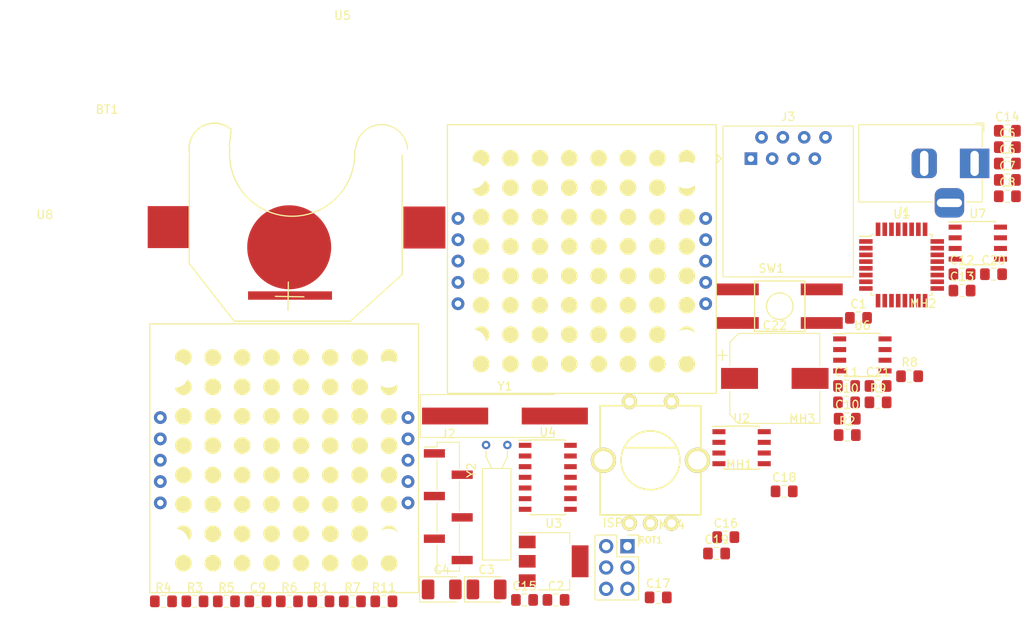
<source format=kicad_pcb>
(kicad_pcb (version 20171130) (host pcbnew "(5.0.0)")

  (general
    (thickness 1.6)
    (drawings 0)
    (tracks 0)
    (zones 0)
    (modules 54)
    (nets 58)
  )

  (page A4)
  (layers
    (0 F.Cu signal)
    (31 B.Cu signal)
    (32 B.Adhes user)
    (33 F.Adhes user)
    (34 B.Paste user)
    (35 F.Paste user)
    (36 B.SilkS user)
    (37 F.SilkS user)
    (38 B.Mask user)
    (39 F.Mask user)
    (40 Dwgs.User user)
    (41 Cmts.User user)
    (42 Eco1.User user)
    (43 Eco2.User user)
    (44 Edge.Cuts user)
    (45 Margin user)
    (46 B.CrtYd user)
    (47 F.CrtYd user)
    (48 B.Fab user)
    (49 F.Fab user)
  )

  (setup
    (last_trace_width 0.25)
    (trace_clearance 0.2)
    (zone_clearance 0.508)
    (zone_45_only no)
    (trace_min 0.2)
    (segment_width 0.2)
    (edge_width 0.15)
    (via_size 0.8)
    (via_drill 0.4)
    (via_min_size 0.4)
    (via_min_drill 0.3)
    (uvia_size 0.3)
    (uvia_drill 0.1)
    (uvias_allowed no)
    (uvia_min_size 0.2)
    (uvia_min_drill 0.1)
    (pcb_text_width 0.3)
    (pcb_text_size 1.5 1.5)
    (mod_edge_width 0.15)
    (mod_text_size 1 1)
    (mod_text_width 0.15)
    (pad_size 1.524 1.524)
    (pad_drill 0.762)
    (pad_to_mask_clearance 0.2)
    (aux_axis_origin 0 0)
    (visible_elements FFFFFF7F)
    (pcbplotparams
      (layerselection 0x010fc_ffffffff)
      (usegerberextensions false)
      (usegerberattributes false)
      (usegerberadvancedattributes false)
      (creategerberjobfile false)
      (excludeedgelayer true)
      (linewidth 0.100000)
      (plotframeref false)
      (viasonmask false)
      (mode 1)
      (useauxorigin false)
      (hpglpennumber 1)
      (hpglpenspeed 20)
      (hpglpendiameter 15.000000)
      (psnegative false)
      (psa4output false)
      (plotreference true)
      (plotvalue true)
      (plotinvisibletext false)
      (padsonsilk false)
      (subtractmaskfromsilk false)
      (outputformat 1)
      (mirror false)
      (drillshape 1)
      (scaleselection 1)
      (outputdirectory ""))
  )

  (net 0 "")
  (net 1 VCC)
  (net 2 "Net-(R4-Pad2)")
  (net 3 GND)
  (net 4 Echo)
  (net 5 "Net-(C12-Pad1)")
  (net 6 "Net-(R1-Pad2)")
  (net 7 Trig)
  (net 8 Trig+)
  (net 9 Trig-)
  (net 10 Echo-)
  (net 11 Echo+)
  (net 12 "Net-(C14-Pad1)")
  (net 13 "Net-(C13-Pad1)")
  (net 14 "Net-(R3-Pad2)")
  (net 15 reset_in)
  (net 16 "Net-(U3-Pad4)")
  (net 17 +12V)
  (net 18 "Net-(U2-Pad1)")
  (net 19 "Net-(U2-Pad2)")
  (net 20 +BATT)
  (net 21 sda)
  (net 22 scl)
  (net 23 "Net-(U2-Pad7)")
  (net 24 "Net-(U6-Pad5)")
  (net 25 "Net-(U6-Pad3)")
  (net 26 "Net-(U7-Pad1)")
  (net 27 "Net-(U7-Pad2)")
  (net 28 encA)
  (net 29 encB)
  (net 30 "Net-(U4-Pad6)")
  (net 31 encBTN)
  (net 32 "Net-(U1-Pad1)")
  (net 33 "Net-(U1-Pad2)")
  (net 34 "Net-(C9-Pad2)")
  (net 35 "Net-(C10-Pad2)")
  (net 36 "Net-(U1-Pad9)")
  (net 37 "Net-(U1-Pad12)")
  (net 38 "Net-(U1-Pad13)")
  (net 39 CS)
  (net 40 MOSI)
  (net 41 MISO)
  (net 42 SCK)
  (net 43 "Net-(U1-Pad19)")
  (net 44 "Net-(C2-Pad1)")
  (net 45 "Net-(U1-Pad22)")
  (net 46 RXI)
  (net 47 TX0)
  (net 48 "Net-(U1-Pad32)")
  (net 49 "Net-(U5-Pad10)")
  (net 50 "Net-(U5-Pad9)")
  (net 51 "Net-(U5-Pad6)")
  (net 52 "Net-(U5-Pad8)")
  (net 53 "Net-(U5-Pad7)")
  (net 54 "Net-(U8-Pad7)")
  (net 55 "Net-(U8-Pad8)")
  (net 56 "Net-(U8-Pad6)")
  (net 57 RST)

  (net_class Default "This is the default net class."
    (clearance 0.2)
    (trace_width 0.25)
    (via_dia 0.8)
    (via_drill 0.4)
    (uvia_dia 0.3)
    (uvia_drill 0.1)
    (add_net +12V)
    (add_net +BATT)
    (add_net CS)
    (add_net Echo)
    (add_net Echo+)
    (add_net Echo-)
    (add_net GND)
    (add_net MISO)
    (add_net MOSI)
    (add_net "Net-(C10-Pad2)")
    (add_net "Net-(C12-Pad1)")
    (add_net "Net-(C13-Pad1)")
    (add_net "Net-(C14-Pad1)")
    (add_net "Net-(C2-Pad1)")
    (add_net "Net-(C9-Pad2)")
    (add_net "Net-(R1-Pad2)")
    (add_net "Net-(R3-Pad2)")
    (add_net "Net-(R4-Pad2)")
    (add_net "Net-(U1-Pad1)")
    (add_net "Net-(U1-Pad12)")
    (add_net "Net-(U1-Pad13)")
    (add_net "Net-(U1-Pad19)")
    (add_net "Net-(U1-Pad2)")
    (add_net "Net-(U1-Pad22)")
    (add_net "Net-(U1-Pad32)")
    (add_net "Net-(U1-Pad9)")
    (add_net "Net-(U2-Pad1)")
    (add_net "Net-(U2-Pad2)")
    (add_net "Net-(U2-Pad7)")
    (add_net "Net-(U3-Pad4)")
    (add_net "Net-(U4-Pad6)")
    (add_net "Net-(U5-Pad10)")
    (add_net "Net-(U5-Pad6)")
    (add_net "Net-(U5-Pad7)")
    (add_net "Net-(U5-Pad8)")
    (add_net "Net-(U5-Pad9)")
    (add_net "Net-(U6-Pad3)")
    (add_net "Net-(U6-Pad5)")
    (add_net "Net-(U7-Pad1)")
    (add_net "Net-(U7-Pad2)")
    (add_net "Net-(U8-Pad6)")
    (add_net "Net-(U8-Pad7)")
    (add_net "Net-(U8-Pad8)")
    (add_net RST)
    (add_net RXI)
    (add_net SCK)
    (add_net TX0)
    (add_net Trig)
    (add_net Trig+)
    (add_net Trig-)
    (add_net VCC)
    (add_net encA)
    (add_net encB)
    (add_net encBTN)
    (add_net reset_in)
    (add_net scl)
    (add_net sda)
  )

  (module Capacitor_SMD:CP_Elec_10x10.5 (layer F.Cu) (tedit 5A841F9D) (tstamp 5B86E0E6)
    (at 191.139001 95.743001)
    (descr "SMT capacitor, aluminium electrolytic, 10x10, Vishay 1010 http://www.vishay.com/docs/28395/150crz.pdf")
    (tags "Capacitor Electrolytic")
    (path /5B82AD33)
    (attr smd)
    (fp_text reference C22 (at 0 -6.3) (layer F.SilkS)
      (effects (font (size 1 1) (thickness 0.15)))
    )
    (fp_text value "50-100 uF" (at 0 6.3) (layer F.Fab)
      (effects (font (size 1 1) (thickness 0.15)))
    )
    (fp_circle (center 0 0) (end 5 0) (layer F.Fab) (width 0.1))
    (fp_line (start 5.25 -5.25) (end 5.25 5.25) (layer F.Fab) (width 0.1))
    (fp_line (start -4.25 -5.25) (end 5.25 -5.25) (layer F.Fab) (width 0.1))
    (fp_line (start -4.25 5.25) (end 5.25 5.25) (layer F.Fab) (width 0.1))
    (fp_line (start -5.25 -4.25) (end -5.25 4.25) (layer F.Fab) (width 0.1))
    (fp_line (start -5.25 -4.25) (end -4.25 -5.25) (layer F.Fab) (width 0.1))
    (fp_line (start -5.25 4.25) (end -4.25 5.25) (layer F.Fab) (width 0.1))
    (fp_line (start -4.558325 -1.7) (end -3.558325 -1.7) (layer F.Fab) (width 0.1))
    (fp_line (start -4.058325 -2.2) (end -4.058325 -1.2) (layer F.Fab) (width 0.1))
    (fp_line (start 5.36 5.36) (end 5.36 1.51) (layer F.SilkS) (width 0.12))
    (fp_line (start 5.36 -5.36) (end 5.36 -1.51) (layer F.SilkS) (width 0.12))
    (fp_line (start -4.295563 -5.36) (end 5.36 -5.36) (layer F.SilkS) (width 0.12))
    (fp_line (start -4.295563 5.36) (end 5.36 5.36) (layer F.SilkS) (width 0.12))
    (fp_line (start -5.36 4.295563) (end -5.36 1.51) (layer F.SilkS) (width 0.12))
    (fp_line (start -5.36 -4.295563) (end -5.36 -1.51) (layer F.SilkS) (width 0.12))
    (fp_line (start -5.36 -4.295563) (end -4.295563 -5.36) (layer F.SilkS) (width 0.12))
    (fp_line (start -5.36 4.295563) (end -4.295563 5.36) (layer F.SilkS) (width 0.12))
    (fp_line (start -6.85 -2.76) (end -5.6 -2.76) (layer F.SilkS) (width 0.12))
    (fp_line (start -6.225 -3.385) (end -6.225 -2.135) (layer F.SilkS) (width 0.12))
    (fp_line (start 5.5 -5.5) (end 5.5 -1.5) (layer F.CrtYd) (width 0.05))
    (fp_line (start 5.5 -1.5) (end 6.65 -1.5) (layer F.CrtYd) (width 0.05))
    (fp_line (start 6.65 -1.5) (end 6.65 1.5) (layer F.CrtYd) (width 0.05))
    (fp_line (start 6.65 1.5) (end 5.5 1.5) (layer F.CrtYd) (width 0.05))
    (fp_line (start 5.5 1.5) (end 5.5 5.5) (layer F.CrtYd) (width 0.05))
    (fp_line (start -4.35 5.5) (end 5.5 5.5) (layer F.CrtYd) (width 0.05))
    (fp_line (start -4.35 -5.5) (end 5.5 -5.5) (layer F.CrtYd) (width 0.05))
    (fp_line (start -5.5 4.35) (end -4.35 5.5) (layer F.CrtYd) (width 0.05))
    (fp_line (start -5.5 -4.35) (end -4.35 -5.5) (layer F.CrtYd) (width 0.05))
    (fp_line (start -5.5 -4.35) (end -5.5 -1.5) (layer F.CrtYd) (width 0.05))
    (fp_line (start -5.5 1.5) (end -5.5 4.35) (layer F.CrtYd) (width 0.05))
    (fp_line (start -5.5 -1.5) (end -6.65 -1.5) (layer F.CrtYd) (width 0.05))
    (fp_line (start -6.65 -1.5) (end -6.65 1.5) (layer F.CrtYd) (width 0.05))
    (fp_line (start -6.65 1.5) (end -5.5 1.5) (layer F.CrtYd) (width 0.05))
    (fp_text user %R (at 0 0) (layer F.Fab)
      (effects (font (size 1 1) (thickness 0.15)))
    )
    (pad 1 smd rect (at -4.2 0) (size 4.4 2.5) (layers F.Cu F.Paste F.Mask)
      (net 17 +12V))
    (pad 2 smd rect (at 4.2 0) (size 4.4 2.5) (layers F.Cu F.Paste F.Mask)
      (net 3 GND))
    (model ${KISYS3DMOD}/Capacitor_SMD.3dshapes/CP_Elec_10x10.5.wrl
      (at (xyz 0 0 0))
      (scale (xyz 1 1 1))
      (rotate (xyz 0 0 0))
    )
  )

  (module Capacitor_SMD:C_0805_2012Metric_Pad1.15x1.40mm_HandSolder (layer F.Cu) (tedit 5B36C52B) (tstamp 5B86E0BE)
    (at 199.764001 100.543001)
    (descr "Capacitor SMD 0805 (2012 Metric), square (rectangular) end terminal, IPC_7351 nominal with elongated pad for handsoldering. (Body size source: https://docs.google.com/spreadsheets/d/1BsfQQcO9C6DZCsRaXUlFlo91Tg2WpOkGARC1WS5S8t0/edit?usp=sharing), generated with kicad-footprint-generator")
    (tags "capacitor handsolder")
    (path /5B79DBAB)
    (attr smd)
    (fp_text reference C10 (at 0 -1.65) (layer F.SilkS)
      (effects (font (size 1 1) (thickness 0.15)))
    )
    (fp_text value 22pF (at 0 1.65) (layer F.Fab)
      (effects (font (size 1 1) (thickness 0.15)))
    )
    (fp_line (start -1 0.6) (end -1 -0.6) (layer F.Fab) (width 0.1))
    (fp_line (start -1 -0.6) (end 1 -0.6) (layer F.Fab) (width 0.1))
    (fp_line (start 1 -0.6) (end 1 0.6) (layer F.Fab) (width 0.1))
    (fp_line (start 1 0.6) (end -1 0.6) (layer F.Fab) (width 0.1))
    (fp_line (start -0.261252 -0.71) (end 0.261252 -0.71) (layer F.SilkS) (width 0.12))
    (fp_line (start -0.261252 0.71) (end 0.261252 0.71) (layer F.SilkS) (width 0.12))
    (fp_line (start -1.85 0.95) (end -1.85 -0.95) (layer F.CrtYd) (width 0.05))
    (fp_line (start -1.85 -0.95) (end 1.85 -0.95) (layer F.CrtYd) (width 0.05))
    (fp_line (start 1.85 -0.95) (end 1.85 0.95) (layer F.CrtYd) (width 0.05))
    (fp_line (start 1.85 0.95) (end -1.85 0.95) (layer F.CrtYd) (width 0.05))
    (fp_text user %R (at 0 0) (layer F.Fab)
      (effects (font (size 0.5 0.5) (thickness 0.08)))
    )
    (pad 1 smd roundrect (at -1.025 0) (size 1.15 1.4) (layers F.Cu F.Paste F.Mask) (roundrect_rratio 0.217391)
      (net 3 GND))
    (pad 2 smd roundrect (at 1.025 0) (size 1.15 1.4) (layers F.Cu F.Paste F.Mask) (roundrect_rratio 0.217391)
      (net 35 "Net-(C10-Pad2)"))
    (model ${KISYS3DMOD}/Capacitor_SMD.3dshapes/C_0805_2012Metric.wrl
      (at (xyz 0 0 0))
      (scale (xyz 1 1 1))
      (rotate (xyz 0 0 0))
    )
  )

  (module Capacitor_SMD:C_0805_2012Metric_Pad1.15x1.40mm_HandSolder (layer F.Cu) (tedit 5B36C52B) (tstamp 5B86E0AD)
    (at 203.434001 96.643001)
    (descr "Capacitor SMD 0805 (2012 Metric), square (rectangular) end terminal, IPC_7351 nominal with elongated pad for handsoldering. (Body size source: https://docs.google.com/spreadsheets/d/1BsfQQcO9C6DZCsRaXUlFlo91Tg2WpOkGARC1WS5S8t0/edit?usp=sharing), generated with kicad-footprint-generator")
    (tags "capacitor handsolder")
    (path /5B7AF99E)
    (attr smd)
    (fp_text reference C21 (at 0 -1.65) (layer F.SilkS)
      (effects (font (size 1 1) (thickness 0.15)))
    )
    (fp_text value 10n (at 0 1.65) (layer F.Fab)
      (effects (font (size 1 1) (thickness 0.15)))
    )
    (fp_text user %R (at 0 0) (layer F.Fab)
      (effects (font (size 0.5 0.5) (thickness 0.08)))
    )
    (fp_line (start 1.85 0.95) (end -1.85 0.95) (layer F.CrtYd) (width 0.05))
    (fp_line (start 1.85 -0.95) (end 1.85 0.95) (layer F.CrtYd) (width 0.05))
    (fp_line (start -1.85 -0.95) (end 1.85 -0.95) (layer F.CrtYd) (width 0.05))
    (fp_line (start -1.85 0.95) (end -1.85 -0.95) (layer F.CrtYd) (width 0.05))
    (fp_line (start -0.261252 0.71) (end 0.261252 0.71) (layer F.SilkS) (width 0.12))
    (fp_line (start -0.261252 -0.71) (end 0.261252 -0.71) (layer F.SilkS) (width 0.12))
    (fp_line (start 1 0.6) (end -1 0.6) (layer F.Fab) (width 0.1))
    (fp_line (start 1 -0.6) (end 1 0.6) (layer F.Fab) (width 0.1))
    (fp_line (start -1 -0.6) (end 1 -0.6) (layer F.Fab) (width 0.1))
    (fp_line (start -1 0.6) (end -1 -0.6) (layer F.Fab) (width 0.1))
    (pad 2 smd roundrect (at 1.025 0) (size 1.15 1.4) (layers F.Cu F.Paste F.Mask) (roundrect_rratio 0.217391)
      (net 3 GND))
    (pad 1 smd roundrect (at -1.025 0) (size 1.15 1.4) (layers F.Cu F.Paste F.Mask) (roundrect_rratio 0.217391)
      (net 1 VCC))
    (model ${KISYS3DMOD}/Capacitor_SMD.3dshapes/C_0805_2012Metric.wrl
      (at (xyz 0 0 0))
      (scale (xyz 1 1 1))
      (rotate (xyz 0 0 0))
    )
  )

  (module Capacitor_SMD:C_0805_2012Metric_Pad1.15x1.40mm_HandSolder (layer F.Cu) (tedit 5B36C52B) (tstamp 5B86E09C)
    (at 217.184001 83.333001)
    (descr "Capacitor SMD 0805 (2012 Metric), square (rectangular) end terminal, IPC_7351 nominal with elongated pad for handsoldering. (Body size source: https://docs.google.com/spreadsheets/d/1BsfQQcO9C6DZCsRaXUlFlo91Tg2WpOkGARC1WS5S8t0/edit?usp=sharing), generated with kicad-footprint-generator")
    (tags "capacitor handsolder")
    (path /5B7AF998)
    (attr smd)
    (fp_text reference C20 (at 0 -1.65) (layer F.SilkS)
      (effects (font (size 1 1) (thickness 0.15)))
    )
    (fp_text value 100n (at 0 1.65) (layer F.Fab)
      (effects (font (size 1 1) (thickness 0.15)))
    )
    (fp_line (start -1 0.6) (end -1 -0.6) (layer F.Fab) (width 0.1))
    (fp_line (start -1 -0.6) (end 1 -0.6) (layer F.Fab) (width 0.1))
    (fp_line (start 1 -0.6) (end 1 0.6) (layer F.Fab) (width 0.1))
    (fp_line (start 1 0.6) (end -1 0.6) (layer F.Fab) (width 0.1))
    (fp_line (start -0.261252 -0.71) (end 0.261252 -0.71) (layer F.SilkS) (width 0.12))
    (fp_line (start -0.261252 0.71) (end 0.261252 0.71) (layer F.SilkS) (width 0.12))
    (fp_line (start -1.85 0.95) (end -1.85 -0.95) (layer F.CrtYd) (width 0.05))
    (fp_line (start -1.85 -0.95) (end 1.85 -0.95) (layer F.CrtYd) (width 0.05))
    (fp_line (start 1.85 -0.95) (end 1.85 0.95) (layer F.CrtYd) (width 0.05))
    (fp_line (start 1.85 0.95) (end -1.85 0.95) (layer F.CrtYd) (width 0.05))
    (fp_text user %R (at 0 0) (layer F.Fab)
      (effects (font (size 0.5 0.5) (thickness 0.08)))
    )
    (pad 1 smd roundrect (at -1.025 0) (size 1.15 1.4) (layers F.Cu F.Paste F.Mask) (roundrect_rratio 0.217391)
      (net 1 VCC))
    (pad 2 smd roundrect (at 1.025 0) (size 1.15 1.4) (layers F.Cu F.Paste F.Mask) (roundrect_rratio 0.217391)
      (net 3 GND))
    (model ${KISYS3DMOD}/Capacitor_SMD.3dshapes/C_0805_2012Metric.wrl
      (at (xyz 0 0 0))
      (scale (xyz 1 1 1))
      (rotate (xyz 0 0 0))
    )
  )

  (module Capacitor_SMD:C_0805_2012Metric_Pad1.15x1.40mm_HandSolder (layer F.Cu) (tedit 5B36C52B) (tstamp 5B86E08B)
    (at 184.204001 116.593001)
    (descr "Capacitor SMD 0805 (2012 Metric), square (rectangular) end terminal, IPC_7351 nominal with elongated pad for handsoldering. (Body size source: https://docs.google.com/spreadsheets/d/1BsfQQcO9C6DZCsRaXUlFlo91Tg2WpOkGARC1WS5S8t0/edit?usp=sharing), generated with kicad-footprint-generator")
    (tags "capacitor handsolder")
    (path /5B837870)
    (attr smd)
    (fp_text reference C19 (at 0 -1.65) (layer F.SilkS)
      (effects (font (size 1 1) (thickness 0.15)))
    )
    (fp_text value 100n (at 0 1.65) (layer F.Fab)
      (effects (font (size 1 1) (thickness 0.15)))
    )
    (fp_text user %R (at 0 0) (layer F.Fab)
      (effects (font (size 0.5 0.5) (thickness 0.08)))
    )
    (fp_line (start 1.85 0.95) (end -1.85 0.95) (layer F.CrtYd) (width 0.05))
    (fp_line (start 1.85 -0.95) (end 1.85 0.95) (layer F.CrtYd) (width 0.05))
    (fp_line (start -1.85 -0.95) (end 1.85 -0.95) (layer F.CrtYd) (width 0.05))
    (fp_line (start -1.85 0.95) (end -1.85 -0.95) (layer F.CrtYd) (width 0.05))
    (fp_line (start -0.261252 0.71) (end 0.261252 0.71) (layer F.SilkS) (width 0.12))
    (fp_line (start -0.261252 -0.71) (end 0.261252 -0.71) (layer F.SilkS) (width 0.12))
    (fp_line (start 1 0.6) (end -1 0.6) (layer F.Fab) (width 0.1))
    (fp_line (start 1 -0.6) (end 1 0.6) (layer F.Fab) (width 0.1))
    (fp_line (start -1 -0.6) (end 1 -0.6) (layer F.Fab) (width 0.1))
    (fp_line (start -1 0.6) (end -1 -0.6) (layer F.Fab) (width 0.1))
    (pad 2 smd roundrect (at 1.025 0) (size 1.15 1.4) (layers F.Cu F.Paste F.Mask) (roundrect_rratio 0.217391)
      (net 3 GND))
    (pad 1 smd roundrect (at -1.025 0) (size 1.15 1.4) (layers F.Cu F.Paste F.Mask) (roundrect_rratio 0.217391)
      (net 1 VCC))
    (model ${KISYS3DMOD}/Capacitor_SMD.3dshapes/C_0805_2012Metric.wrl
      (at (xyz 0 0 0))
      (scale (xyz 1 1 1))
      (rotate (xyz 0 0 0))
    )
  )

  (module Capacitor_SMD:C_0805_2012Metric_Pad1.15x1.40mm_HandSolder (layer F.Cu) (tedit 5B36C52B) (tstamp 5B86E07A)
    (at 192.254001 109.193001)
    (descr "Capacitor SMD 0805 (2012 Metric), square (rectangular) end terminal, IPC_7351 nominal with elongated pad for handsoldering. (Body size source: https://docs.google.com/spreadsheets/d/1BsfQQcO9C6DZCsRaXUlFlo91Tg2WpOkGARC1WS5S8t0/edit?usp=sharing), generated with kicad-footprint-generator")
    (tags "capacitor handsolder")
    (path /5B7AA751)
    (attr smd)
    (fp_text reference C18 (at 0 -1.65) (layer F.SilkS)
      (effects (font (size 1 1) (thickness 0.15)))
    )
    (fp_text value 10n (at 0 1.65) (layer F.Fab)
      (effects (font (size 1 1) (thickness 0.15)))
    )
    (fp_line (start -1 0.6) (end -1 -0.6) (layer F.Fab) (width 0.1))
    (fp_line (start -1 -0.6) (end 1 -0.6) (layer F.Fab) (width 0.1))
    (fp_line (start 1 -0.6) (end 1 0.6) (layer F.Fab) (width 0.1))
    (fp_line (start 1 0.6) (end -1 0.6) (layer F.Fab) (width 0.1))
    (fp_line (start -0.261252 -0.71) (end 0.261252 -0.71) (layer F.SilkS) (width 0.12))
    (fp_line (start -0.261252 0.71) (end 0.261252 0.71) (layer F.SilkS) (width 0.12))
    (fp_line (start -1.85 0.95) (end -1.85 -0.95) (layer F.CrtYd) (width 0.05))
    (fp_line (start -1.85 -0.95) (end 1.85 -0.95) (layer F.CrtYd) (width 0.05))
    (fp_line (start 1.85 -0.95) (end 1.85 0.95) (layer F.CrtYd) (width 0.05))
    (fp_line (start 1.85 0.95) (end -1.85 0.95) (layer F.CrtYd) (width 0.05))
    (fp_text user %R (at 0 0) (layer F.Fab)
      (effects (font (size 0.5 0.5) (thickness 0.08)))
    )
    (pad 1 smd roundrect (at -1.025 0) (size 1.15 1.4) (layers F.Cu F.Paste F.Mask) (roundrect_rratio 0.217391)
      (net 1 VCC))
    (pad 2 smd roundrect (at 1.025 0) (size 1.15 1.4) (layers F.Cu F.Paste F.Mask) (roundrect_rratio 0.217391)
      (net 3 GND))
    (model ${KISYS3DMOD}/Capacitor_SMD.3dshapes/C_0805_2012Metric.wrl
      (at (xyz 0 0 0))
      (scale (xyz 1 1 1))
      (rotate (xyz 0 0 0))
    )
  )

  (module Capacitor_SMD:C_0805_2012Metric_Pad1.15x1.40mm_HandSolder (layer F.Cu) (tedit 5B36C52B) (tstamp 5B86E069)
    (at 177.254001 121.823001)
    (descr "Capacitor SMD 0805 (2012 Metric), square (rectangular) end terminal, IPC_7351 nominal with elongated pad for handsoldering. (Body size source: https://docs.google.com/spreadsheets/d/1BsfQQcO9C6DZCsRaXUlFlo91Tg2WpOkGARC1WS5S8t0/edit?usp=sharing), generated with kicad-footprint-generator")
    (tags "capacitor handsolder")
    (path /5B83B49C)
    (attr smd)
    (fp_text reference C17 (at 0 -1.65) (layer F.SilkS)
      (effects (font (size 1 1) (thickness 0.15)))
    )
    (fp_text value 100n (at 0 1.65) (layer F.Fab)
      (effects (font (size 1 1) (thickness 0.15)))
    )
    (fp_text user %R (at 0 0) (layer F.Fab)
      (effects (font (size 0.5 0.5) (thickness 0.08)))
    )
    (fp_line (start 1.85 0.95) (end -1.85 0.95) (layer F.CrtYd) (width 0.05))
    (fp_line (start 1.85 -0.95) (end 1.85 0.95) (layer F.CrtYd) (width 0.05))
    (fp_line (start -1.85 -0.95) (end 1.85 -0.95) (layer F.CrtYd) (width 0.05))
    (fp_line (start -1.85 0.95) (end -1.85 -0.95) (layer F.CrtYd) (width 0.05))
    (fp_line (start -0.261252 0.71) (end 0.261252 0.71) (layer F.SilkS) (width 0.12))
    (fp_line (start -0.261252 -0.71) (end 0.261252 -0.71) (layer F.SilkS) (width 0.12))
    (fp_line (start 1 0.6) (end -1 0.6) (layer F.Fab) (width 0.1))
    (fp_line (start 1 -0.6) (end 1 0.6) (layer F.Fab) (width 0.1))
    (fp_line (start -1 -0.6) (end 1 -0.6) (layer F.Fab) (width 0.1))
    (fp_line (start -1 0.6) (end -1 -0.6) (layer F.Fab) (width 0.1))
    (pad 2 smd roundrect (at 1.025 0) (size 1.15 1.4) (layers F.Cu F.Paste F.Mask) (roundrect_rratio 0.217391)
      (net 3 GND))
    (pad 1 smd roundrect (at -1.025 0) (size 1.15 1.4) (layers F.Cu F.Paste F.Mask) (roundrect_rratio 0.217391)
      (net 1 VCC))
    (model ${KISYS3DMOD}/Capacitor_SMD.3dshapes/C_0805_2012Metric.wrl
      (at (xyz 0 0 0))
      (scale (xyz 1 1 1))
      (rotate (xyz 0 0 0))
    )
  )

  (module Capacitor_SMD:C_0805_2012Metric_Pad1.15x1.40mm_HandSolder (layer F.Cu) (tedit 5B36C52B) (tstamp 5B86E058)
    (at 185.304001 114.643001)
    (descr "Capacitor SMD 0805 (2012 Metric), square (rectangular) end terminal, IPC_7351 nominal with elongated pad for handsoldering. (Body size source: https://docs.google.com/spreadsheets/d/1BsfQQcO9C6DZCsRaXUlFlo91Tg2WpOkGARC1WS5S8t0/edit?usp=sharing), generated with kicad-footprint-generator")
    (tags "capacitor handsolder")
    (path /5B7AA6B1)
    (attr smd)
    (fp_text reference C16 (at 0 -1.65) (layer F.SilkS)
      (effects (font (size 1 1) (thickness 0.15)))
    )
    (fp_text value 100n (at 0 1.65) (layer F.Fab)
      (effects (font (size 1 1) (thickness 0.15)))
    )
    (fp_line (start -1 0.6) (end -1 -0.6) (layer F.Fab) (width 0.1))
    (fp_line (start -1 -0.6) (end 1 -0.6) (layer F.Fab) (width 0.1))
    (fp_line (start 1 -0.6) (end 1 0.6) (layer F.Fab) (width 0.1))
    (fp_line (start 1 0.6) (end -1 0.6) (layer F.Fab) (width 0.1))
    (fp_line (start -0.261252 -0.71) (end 0.261252 -0.71) (layer F.SilkS) (width 0.12))
    (fp_line (start -0.261252 0.71) (end 0.261252 0.71) (layer F.SilkS) (width 0.12))
    (fp_line (start -1.85 0.95) (end -1.85 -0.95) (layer F.CrtYd) (width 0.05))
    (fp_line (start -1.85 -0.95) (end 1.85 -0.95) (layer F.CrtYd) (width 0.05))
    (fp_line (start 1.85 -0.95) (end 1.85 0.95) (layer F.CrtYd) (width 0.05))
    (fp_line (start 1.85 0.95) (end -1.85 0.95) (layer F.CrtYd) (width 0.05))
    (fp_text user %R (at 0 0) (layer F.Fab)
      (effects (font (size 0.5 0.5) (thickness 0.08)))
    )
    (pad 1 smd roundrect (at -1.025 0) (size 1.15 1.4) (layers F.Cu F.Paste F.Mask) (roundrect_rratio 0.217391)
      (net 1 VCC))
    (pad 2 smd roundrect (at 1.025 0) (size 1.15 1.4) (layers F.Cu F.Paste F.Mask) (roundrect_rratio 0.217391)
      (net 3 GND))
    (model ${KISYS3DMOD}/Capacitor_SMD.3dshapes/C_0805_2012Metric.wrl
      (at (xyz 0 0 0))
      (scale (xyz 1 1 1))
      (rotate (xyz 0 0 0))
    )
  )

  (module Capacitor_SMD:C_0805_2012Metric_Pad1.15x1.40mm_HandSolder (layer F.Cu) (tedit 5B36C52B) (tstamp 5B86E047)
    (at 218.834001 66.253001)
    (descr "Capacitor SMD 0805 (2012 Metric), square (rectangular) end terminal, IPC_7351 nominal with elongated pad for handsoldering. (Body size source: https://docs.google.com/spreadsheets/d/1BsfQQcO9C6DZCsRaXUlFlo91Tg2WpOkGARC1WS5S8t0/edit?usp=sharing), generated with kicad-footprint-generator")
    (tags "capacitor handsolder")
    (path /5B8BEF13)
    (attr smd)
    (fp_text reference C14 (at 0 -1.65) (layer F.SilkS)
      (effects (font (size 1 1) (thickness 0.15)))
    )
    (fp_text value 100n (at 0 1.65) (layer F.Fab)
      (effects (font (size 1 1) (thickness 0.15)))
    )
    (fp_text user %R (at 0 0) (layer F.Fab)
      (effects (font (size 0.5 0.5) (thickness 0.08)))
    )
    (fp_line (start 1.85 0.95) (end -1.85 0.95) (layer F.CrtYd) (width 0.05))
    (fp_line (start 1.85 -0.95) (end 1.85 0.95) (layer F.CrtYd) (width 0.05))
    (fp_line (start -1.85 -0.95) (end 1.85 -0.95) (layer F.CrtYd) (width 0.05))
    (fp_line (start -1.85 0.95) (end -1.85 -0.95) (layer F.CrtYd) (width 0.05))
    (fp_line (start -0.261252 0.71) (end 0.261252 0.71) (layer F.SilkS) (width 0.12))
    (fp_line (start -0.261252 -0.71) (end 0.261252 -0.71) (layer F.SilkS) (width 0.12))
    (fp_line (start 1 0.6) (end -1 0.6) (layer F.Fab) (width 0.1))
    (fp_line (start 1 -0.6) (end 1 0.6) (layer F.Fab) (width 0.1))
    (fp_line (start -1 -0.6) (end 1 -0.6) (layer F.Fab) (width 0.1))
    (fp_line (start -1 0.6) (end -1 -0.6) (layer F.Fab) (width 0.1))
    (pad 2 smd roundrect (at 1.025 0) (size 1.15 1.4) (layers F.Cu F.Paste F.Mask) (roundrect_rratio 0.217391)
      (net 3 GND))
    (pad 1 smd roundrect (at -1.025 0) (size 1.15 1.4) (layers F.Cu F.Paste F.Mask) (roundrect_rratio 0.217391)
      (net 12 "Net-(C14-Pad1)"))
    (model ${KISYS3DMOD}/Capacitor_SMD.3dshapes/C_0805_2012Metric.wrl
      (at (xyz 0 0 0))
      (scale (xyz 1 1 1))
      (rotate (xyz 0 0 0))
    )
  )

  (module Capacitor_SMD:C_0805_2012Metric_Pad1.15x1.40mm_HandSolder (layer F.Cu) (tedit 5B36C52B) (tstamp 5B86E036)
    (at 213.434001 85.283001)
    (descr "Capacitor SMD 0805 (2012 Metric), square (rectangular) end terminal, IPC_7351 nominal with elongated pad for handsoldering. (Body size source: https://docs.google.com/spreadsheets/d/1BsfQQcO9C6DZCsRaXUlFlo91Tg2WpOkGARC1WS5S8t0/edit?usp=sharing), generated with kicad-footprint-generator")
    (tags "capacitor handsolder")
    (path /5B8BBF19)
    (attr smd)
    (fp_text reference C13 (at 0 -1.65) (layer F.SilkS)
      (effects (font (size 1 1) (thickness 0.15)))
    )
    (fp_text value 100n (at 0 1.65) (layer F.Fab)
      (effects (font (size 1 1) (thickness 0.15)))
    )
    (fp_line (start -1 0.6) (end -1 -0.6) (layer F.Fab) (width 0.1))
    (fp_line (start -1 -0.6) (end 1 -0.6) (layer F.Fab) (width 0.1))
    (fp_line (start 1 -0.6) (end 1 0.6) (layer F.Fab) (width 0.1))
    (fp_line (start 1 0.6) (end -1 0.6) (layer F.Fab) (width 0.1))
    (fp_line (start -0.261252 -0.71) (end 0.261252 -0.71) (layer F.SilkS) (width 0.12))
    (fp_line (start -0.261252 0.71) (end 0.261252 0.71) (layer F.SilkS) (width 0.12))
    (fp_line (start -1.85 0.95) (end -1.85 -0.95) (layer F.CrtYd) (width 0.05))
    (fp_line (start -1.85 -0.95) (end 1.85 -0.95) (layer F.CrtYd) (width 0.05))
    (fp_line (start 1.85 -0.95) (end 1.85 0.95) (layer F.CrtYd) (width 0.05))
    (fp_line (start 1.85 0.95) (end -1.85 0.95) (layer F.CrtYd) (width 0.05))
    (fp_text user %R (at 0 0) (layer F.Fab)
      (effects (font (size 0.5 0.5) (thickness 0.08)))
    )
    (pad 1 smd roundrect (at -1.025 0) (size 1.15 1.4) (layers F.Cu F.Paste F.Mask) (roundrect_rratio 0.217391)
      (net 13 "Net-(C13-Pad1)"))
    (pad 2 smd roundrect (at 1.025 0) (size 1.15 1.4) (layers F.Cu F.Paste F.Mask) (roundrect_rratio 0.217391)
      (net 3 GND))
    (model ${KISYS3DMOD}/Capacitor_SMD.3dshapes/C_0805_2012Metric.wrl
      (at (xyz 0 0 0))
      (scale (xyz 1 1 1))
      (rotate (xyz 0 0 0))
    )
  )

  (module Capacitor_SMD:C_0805_2012Metric_Pad1.15x1.40mm_HandSolder (layer F.Cu) (tedit 5B36C52B) (tstamp 5B86E025)
    (at 213.434001 83.333001)
    (descr "Capacitor SMD 0805 (2012 Metric), square (rectangular) end terminal, IPC_7351 nominal with elongated pad for handsoldering. (Body size source: https://docs.google.com/spreadsheets/d/1BsfQQcO9C6DZCsRaXUlFlo91Tg2WpOkGARC1WS5S8t0/edit?usp=sharing), generated with kicad-footprint-generator")
    (tags "capacitor handsolder")
    (path /5B8C84D7)
    (attr smd)
    (fp_text reference C12 (at 0 -1.65) (layer F.SilkS)
      (effects (font (size 1 1) (thickness 0.15)))
    )
    (fp_text value 100n (at 0 1.65) (layer F.Fab)
      (effects (font (size 1 1) (thickness 0.15)))
    )
    (fp_text user %R (at 0 0) (layer F.Fab)
      (effects (font (size 0.5 0.5) (thickness 0.08)))
    )
    (fp_line (start 1.85 0.95) (end -1.85 0.95) (layer F.CrtYd) (width 0.05))
    (fp_line (start 1.85 -0.95) (end 1.85 0.95) (layer F.CrtYd) (width 0.05))
    (fp_line (start -1.85 -0.95) (end 1.85 -0.95) (layer F.CrtYd) (width 0.05))
    (fp_line (start -1.85 0.95) (end -1.85 -0.95) (layer F.CrtYd) (width 0.05))
    (fp_line (start -0.261252 0.71) (end 0.261252 0.71) (layer F.SilkS) (width 0.12))
    (fp_line (start -0.261252 -0.71) (end 0.261252 -0.71) (layer F.SilkS) (width 0.12))
    (fp_line (start 1 0.6) (end -1 0.6) (layer F.Fab) (width 0.1))
    (fp_line (start 1 -0.6) (end 1 0.6) (layer F.Fab) (width 0.1))
    (fp_line (start -1 -0.6) (end 1 -0.6) (layer F.Fab) (width 0.1))
    (fp_line (start -1 0.6) (end -1 -0.6) (layer F.Fab) (width 0.1))
    (pad 2 smd roundrect (at 1.025 0) (size 1.15 1.4) (layers F.Cu F.Paste F.Mask) (roundrect_rratio 0.217391)
      (net 3 GND))
    (pad 1 smd roundrect (at -1.025 0) (size 1.15 1.4) (layers F.Cu F.Paste F.Mask) (roundrect_rratio 0.217391)
      (net 5 "Net-(C12-Pad1)"))
    (model ${KISYS3DMOD}/Capacitor_SMD.3dshapes/C_0805_2012Metric.wrl
      (at (xyz 0 0 0))
      (scale (xyz 1 1 1))
      (rotate (xyz 0 0 0))
    )
  )

  (module Capacitor_SMD:C_0805_2012Metric_Pad1.15x1.40mm_HandSolder (layer F.Cu) (tedit 5B36C52B) (tstamp 5B86E014)
    (at 199.684001 96.643001)
    (descr "Capacitor SMD 0805 (2012 Metric), square (rectangular) end terminal, IPC_7351 nominal with elongated pad for handsoldering. (Body size source: https://docs.google.com/spreadsheets/d/1BsfQQcO9C6DZCsRaXUlFlo91Tg2WpOkGARC1WS5S8t0/edit?usp=sharing), generated with kicad-footprint-generator")
    (tags "capacitor handsolder")
    (path /5B8FF332)
    (attr smd)
    (fp_text reference C11 (at 0 -1.65) (layer F.SilkS)
      (effects (font (size 1 1) (thickness 0.15)))
    )
    (fp_text value 100n (at 0 1.65) (layer F.Fab)
      (effects (font (size 1 1) (thickness 0.15)))
    )
    (fp_line (start -1 0.6) (end -1 -0.6) (layer F.Fab) (width 0.1))
    (fp_line (start -1 -0.6) (end 1 -0.6) (layer F.Fab) (width 0.1))
    (fp_line (start 1 -0.6) (end 1 0.6) (layer F.Fab) (width 0.1))
    (fp_line (start 1 0.6) (end -1 0.6) (layer F.Fab) (width 0.1))
    (fp_line (start -0.261252 -0.71) (end 0.261252 -0.71) (layer F.SilkS) (width 0.12))
    (fp_line (start -0.261252 0.71) (end 0.261252 0.71) (layer F.SilkS) (width 0.12))
    (fp_line (start -1.85 0.95) (end -1.85 -0.95) (layer F.CrtYd) (width 0.05))
    (fp_line (start -1.85 -0.95) (end 1.85 -0.95) (layer F.CrtYd) (width 0.05))
    (fp_line (start 1.85 -0.95) (end 1.85 0.95) (layer F.CrtYd) (width 0.05))
    (fp_line (start 1.85 0.95) (end -1.85 0.95) (layer F.CrtYd) (width 0.05))
    (fp_text user %R (at 0 0) (layer F.Fab)
      (effects (font (size 0.5 0.5) (thickness 0.08)))
    )
    (pad 1 smd roundrect (at -1.025 0) (size 1.15 1.4) (layers F.Cu F.Paste F.Mask) (roundrect_rratio 0.217391)
      (net 1 VCC))
    (pad 2 smd roundrect (at 1.025 0) (size 1.15 1.4) (layers F.Cu F.Paste F.Mask) (roundrect_rratio 0.217391)
      (net 3 GND))
    (model ${KISYS3DMOD}/Capacitor_SMD.3dshapes/C_0805_2012Metric.wrl
      (at (xyz 0 0 0))
      (scale (xyz 1 1 1))
      (rotate (xyz 0 0 0))
    )
  )

  (module Capacitor_SMD:C_0805_2012Metric_Pad1.15x1.40mm_HandSolder (layer F.Cu) (tedit 5B36C52B) (tstamp 5B86E003)
    (at 129.584001 122.293001)
    (descr "Capacitor SMD 0805 (2012 Metric), square (rectangular) end terminal, IPC_7351 nominal with elongated pad for handsoldering. (Body size source: https://docs.google.com/spreadsheets/d/1BsfQQcO9C6DZCsRaXUlFlo91Tg2WpOkGARC1WS5S8t0/edit?usp=sharing), generated with kicad-footprint-generator")
    (tags "capacitor handsolder")
    (path /5B79DD37)
    (attr smd)
    (fp_text reference C9 (at 0 -1.65) (layer F.SilkS)
      (effects (font (size 1 1) (thickness 0.15)))
    )
    (fp_text value 22pF (at 0 1.65) (layer F.Fab)
      (effects (font (size 1 1) (thickness 0.15)))
    )
    (fp_text user %R (at 0 0) (layer F.Fab)
      (effects (font (size 0.5 0.5) (thickness 0.08)))
    )
    (fp_line (start 1.85 0.95) (end -1.85 0.95) (layer F.CrtYd) (width 0.05))
    (fp_line (start 1.85 -0.95) (end 1.85 0.95) (layer F.CrtYd) (width 0.05))
    (fp_line (start -1.85 -0.95) (end 1.85 -0.95) (layer F.CrtYd) (width 0.05))
    (fp_line (start -1.85 0.95) (end -1.85 -0.95) (layer F.CrtYd) (width 0.05))
    (fp_line (start -0.261252 0.71) (end 0.261252 0.71) (layer F.SilkS) (width 0.12))
    (fp_line (start -0.261252 -0.71) (end 0.261252 -0.71) (layer F.SilkS) (width 0.12))
    (fp_line (start 1 0.6) (end -1 0.6) (layer F.Fab) (width 0.1))
    (fp_line (start 1 -0.6) (end 1 0.6) (layer F.Fab) (width 0.1))
    (fp_line (start -1 -0.6) (end 1 -0.6) (layer F.Fab) (width 0.1))
    (fp_line (start -1 0.6) (end -1 -0.6) (layer F.Fab) (width 0.1))
    (pad 2 smd roundrect (at 1.025 0) (size 1.15 1.4) (layers F.Cu F.Paste F.Mask) (roundrect_rratio 0.217391)
      (net 34 "Net-(C9-Pad2)"))
    (pad 1 smd roundrect (at -1.025 0) (size 1.15 1.4) (layers F.Cu F.Paste F.Mask) (roundrect_rratio 0.217391)
      (net 3 GND))
    (model ${KISYS3DMOD}/Capacitor_SMD.3dshapes/C_0805_2012Metric.wrl
      (at (xyz 0 0 0))
      (scale (xyz 1 1 1))
      (rotate (xyz 0 0 0))
    )
  )

  (module Capacitor_SMD:C_0805_2012Metric_Pad1.15x1.40mm_HandSolder (layer F.Cu) (tedit 5B36C52B) (tstamp 5B86DFF2)
    (at 218.834001 74.053001)
    (descr "Capacitor SMD 0805 (2012 Metric), square (rectangular) end terminal, IPC_7351 nominal with elongated pad for handsoldering. (Body size source: https://docs.google.com/spreadsheets/d/1BsfQQcO9C6DZCsRaXUlFlo91Tg2WpOkGARC1WS5S8t0/edit?usp=sharing), generated with kicad-footprint-generator")
    (tags "capacitor handsolder")
    (path /5B7A3375)
    (attr smd)
    (fp_text reference C8 (at 0 -1.65) (layer F.SilkS)
      (effects (font (size 1 1) (thickness 0.15)))
    )
    (fp_text value 100n (at 0 1.65) (layer F.Fab)
      (effects (font (size 1 1) (thickness 0.15)))
    )
    (fp_line (start -1 0.6) (end -1 -0.6) (layer F.Fab) (width 0.1))
    (fp_line (start -1 -0.6) (end 1 -0.6) (layer F.Fab) (width 0.1))
    (fp_line (start 1 -0.6) (end 1 0.6) (layer F.Fab) (width 0.1))
    (fp_line (start 1 0.6) (end -1 0.6) (layer F.Fab) (width 0.1))
    (fp_line (start -0.261252 -0.71) (end 0.261252 -0.71) (layer F.SilkS) (width 0.12))
    (fp_line (start -0.261252 0.71) (end 0.261252 0.71) (layer F.SilkS) (width 0.12))
    (fp_line (start -1.85 0.95) (end -1.85 -0.95) (layer F.CrtYd) (width 0.05))
    (fp_line (start -1.85 -0.95) (end 1.85 -0.95) (layer F.CrtYd) (width 0.05))
    (fp_line (start 1.85 -0.95) (end 1.85 0.95) (layer F.CrtYd) (width 0.05))
    (fp_line (start 1.85 0.95) (end -1.85 0.95) (layer F.CrtYd) (width 0.05))
    (fp_text user %R (at 0 0) (layer F.Fab)
      (effects (font (size 0.5 0.5) (thickness 0.08)))
    )
    (pad 1 smd roundrect (at -1.025 0) (size 1.15 1.4) (layers F.Cu F.Paste F.Mask) (roundrect_rratio 0.217391)
      (net 1 VCC))
    (pad 2 smd roundrect (at 1.025 0) (size 1.15 1.4) (layers F.Cu F.Paste F.Mask) (roundrect_rratio 0.217391)
      (net 3 GND))
    (model ${KISYS3DMOD}/Capacitor_SMD.3dshapes/C_0805_2012Metric.wrl
      (at (xyz 0 0 0))
      (scale (xyz 1 1 1))
      (rotate (xyz 0 0 0))
    )
  )

  (module Capacitor_SMD:C_0805_2012Metric_Pad1.15x1.40mm_HandSolder (layer F.Cu) (tedit 5B36C52B) (tstamp 5B86DFE1)
    (at 218.834001 72.103001)
    (descr "Capacitor SMD 0805 (2012 Metric), square (rectangular) end terminal, IPC_7351 nominal with elongated pad for handsoldering. (Body size source: https://docs.google.com/spreadsheets/d/1BsfQQcO9C6DZCsRaXUlFlo91Tg2WpOkGARC1WS5S8t0/edit?usp=sharing), generated with kicad-footprint-generator")
    (tags "capacitor handsolder")
    (path /5B826ADD)
    (attr smd)
    (fp_text reference C7 (at 0 -1.65) (layer F.SilkS)
      (effects (font (size 1 1) (thickness 0.15)))
    )
    (fp_text value 22uF (at 0 1.65) (layer F.Fab)
      (effects (font (size 1 1) (thickness 0.15)))
    )
    (fp_text user %R (at 0 0) (layer F.Fab)
      (effects (font (size 0.5 0.5) (thickness 0.08)))
    )
    (fp_line (start 1.85 0.95) (end -1.85 0.95) (layer F.CrtYd) (width 0.05))
    (fp_line (start 1.85 -0.95) (end 1.85 0.95) (layer F.CrtYd) (width 0.05))
    (fp_line (start -1.85 -0.95) (end 1.85 -0.95) (layer F.CrtYd) (width 0.05))
    (fp_line (start -1.85 0.95) (end -1.85 -0.95) (layer F.CrtYd) (width 0.05))
    (fp_line (start -0.261252 0.71) (end 0.261252 0.71) (layer F.SilkS) (width 0.12))
    (fp_line (start -0.261252 -0.71) (end 0.261252 -0.71) (layer F.SilkS) (width 0.12))
    (fp_line (start 1 0.6) (end -1 0.6) (layer F.Fab) (width 0.1))
    (fp_line (start 1 -0.6) (end 1 0.6) (layer F.Fab) (width 0.1))
    (fp_line (start -1 -0.6) (end 1 -0.6) (layer F.Fab) (width 0.1))
    (fp_line (start -1 0.6) (end -1 -0.6) (layer F.Fab) (width 0.1))
    (pad 2 smd roundrect (at 1.025 0) (size 1.15 1.4) (layers F.Cu F.Paste F.Mask) (roundrect_rratio 0.217391)
      (net 3 GND))
    (pad 1 smd roundrect (at -1.025 0) (size 1.15 1.4) (layers F.Cu F.Paste F.Mask) (roundrect_rratio 0.217391)
      (net 1 VCC))
    (model ${KISYS3DMOD}/Capacitor_SMD.3dshapes/C_0805_2012Metric.wrl
      (at (xyz 0 0 0))
      (scale (xyz 1 1 1))
      (rotate (xyz 0 0 0))
    )
  )

  (module Capacitor_SMD:C_0805_2012Metric_Pad1.15x1.40mm_HandSolder (layer F.Cu) (tedit 5B36C52B) (tstamp 5B86DFD0)
    (at 218.834001 70.153001)
    (descr "Capacitor SMD 0805 (2012 Metric), square (rectangular) end terminal, IPC_7351 nominal with elongated pad for handsoldering. (Body size source: https://docs.google.com/spreadsheets/d/1BsfQQcO9C6DZCsRaXUlFlo91Tg2WpOkGARC1WS5S8t0/edit?usp=sharing), generated with kicad-footprint-generator")
    (tags "capacitor handsolder")
    (path /5B7A2CA2)
    (attr smd)
    (fp_text reference C6 (at 0 -1.65) (layer F.SilkS)
      (effects (font (size 1 1) (thickness 0.15)))
    )
    (fp_text value 100n (at 0 1.65) (layer F.Fab)
      (effects (font (size 1 1) (thickness 0.15)))
    )
    (fp_line (start -1 0.6) (end -1 -0.6) (layer F.Fab) (width 0.1))
    (fp_line (start -1 -0.6) (end 1 -0.6) (layer F.Fab) (width 0.1))
    (fp_line (start 1 -0.6) (end 1 0.6) (layer F.Fab) (width 0.1))
    (fp_line (start 1 0.6) (end -1 0.6) (layer F.Fab) (width 0.1))
    (fp_line (start -0.261252 -0.71) (end 0.261252 -0.71) (layer F.SilkS) (width 0.12))
    (fp_line (start -0.261252 0.71) (end 0.261252 0.71) (layer F.SilkS) (width 0.12))
    (fp_line (start -1.85 0.95) (end -1.85 -0.95) (layer F.CrtYd) (width 0.05))
    (fp_line (start -1.85 -0.95) (end 1.85 -0.95) (layer F.CrtYd) (width 0.05))
    (fp_line (start 1.85 -0.95) (end 1.85 0.95) (layer F.CrtYd) (width 0.05))
    (fp_line (start 1.85 0.95) (end -1.85 0.95) (layer F.CrtYd) (width 0.05))
    (fp_text user %R (at 0 0) (layer F.Fab)
      (effects (font (size 0.5 0.5) (thickness 0.08)))
    )
    (pad 1 smd roundrect (at -1.025 0) (size 1.15 1.4) (layers F.Cu F.Paste F.Mask) (roundrect_rratio 0.217391)
      (net 1 VCC))
    (pad 2 smd roundrect (at 1.025 0) (size 1.15 1.4) (layers F.Cu F.Paste F.Mask) (roundrect_rratio 0.217391)
      (net 3 GND))
    (model ${KISYS3DMOD}/Capacitor_SMD.3dshapes/C_0805_2012Metric.wrl
      (at (xyz 0 0 0))
      (scale (xyz 1 1 1))
      (rotate (xyz 0 0 0))
    )
  )

  (module Capacitor_SMD:C_0805_2012Metric_Pad1.15x1.40mm_HandSolder (layer F.Cu) (tedit 5B36C52B) (tstamp 5B86DFBF)
    (at 218.834001 68.203001)
    (descr "Capacitor SMD 0805 (2012 Metric), square (rectangular) end terminal, IPC_7351 nominal with elongated pad for handsoldering. (Body size source: https://docs.google.com/spreadsheets/d/1BsfQQcO9C6DZCsRaXUlFlo91Tg2WpOkGARC1WS5S8t0/edit?usp=sharing), generated with kicad-footprint-generator")
    (tags "capacitor handsolder")
    (path /5B79F51F)
    (attr smd)
    (fp_text reference C5 (at 0 -1.65) (layer F.SilkS)
      (effects (font (size 1 1) (thickness 0.15)))
    )
    (fp_text value 100n (at 0 1.65) (layer F.Fab)
      (effects (font (size 1 1) (thickness 0.15)))
    )
    (fp_text user %R (at 0 0) (layer F.Fab)
      (effects (font (size 0.5 0.5) (thickness 0.08)))
    )
    (fp_line (start 1.85 0.95) (end -1.85 0.95) (layer F.CrtYd) (width 0.05))
    (fp_line (start 1.85 -0.95) (end 1.85 0.95) (layer F.CrtYd) (width 0.05))
    (fp_line (start -1.85 -0.95) (end 1.85 -0.95) (layer F.CrtYd) (width 0.05))
    (fp_line (start -1.85 0.95) (end -1.85 -0.95) (layer F.CrtYd) (width 0.05))
    (fp_line (start -0.261252 0.71) (end 0.261252 0.71) (layer F.SilkS) (width 0.12))
    (fp_line (start -0.261252 -0.71) (end 0.261252 -0.71) (layer F.SilkS) (width 0.12))
    (fp_line (start 1 0.6) (end -1 0.6) (layer F.Fab) (width 0.1))
    (fp_line (start 1 -0.6) (end 1 0.6) (layer F.Fab) (width 0.1))
    (fp_line (start -1 -0.6) (end 1 -0.6) (layer F.Fab) (width 0.1))
    (fp_line (start -1 0.6) (end -1 -0.6) (layer F.Fab) (width 0.1))
    (pad 2 smd roundrect (at 1.025 0) (size 1.15 1.4) (layers F.Cu F.Paste F.Mask) (roundrect_rratio 0.217391)
      (net 3 GND))
    (pad 1 smd roundrect (at -1.025 0) (size 1.15 1.4) (layers F.Cu F.Paste F.Mask) (roundrect_rratio 0.217391)
      (net 1 VCC))
    (model ${KISYS3DMOD}/Capacitor_SMD.3dshapes/C_0805_2012Metric.wrl
      (at (xyz 0 0 0))
      (scale (xyz 1 1 1))
      (rotate (xyz 0 0 0))
    )
  )

  (module Capacitor_SMD:C_0805_2012Metric_Pad1.15x1.40mm_HandSolder (layer F.Cu) (tedit 5B36C52B) (tstamp 5B86DFAE)
    (at 165.084001 122.123001)
    (descr "Capacitor SMD 0805 (2012 Metric), square (rectangular) end terminal, IPC_7351 nominal with elongated pad for handsoldering. (Body size source: https://docs.google.com/spreadsheets/d/1BsfQQcO9C6DZCsRaXUlFlo91Tg2WpOkGARC1WS5S8t0/edit?usp=sharing), generated with kicad-footprint-generator")
    (tags "capacitor handsolder")
    (path /5B7A03D9)
    (attr smd)
    (fp_text reference C2 (at 0 -1.65) (layer F.SilkS)
      (effects (font (size 1 1) (thickness 0.15)))
    )
    (fp_text value 100n (at 0 1.65) (layer F.Fab)
      (effects (font (size 1 1) (thickness 0.15)))
    )
    (fp_line (start -1 0.6) (end -1 -0.6) (layer F.Fab) (width 0.1))
    (fp_line (start -1 -0.6) (end 1 -0.6) (layer F.Fab) (width 0.1))
    (fp_line (start 1 -0.6) (end 1 0.6) (layer F.Fab) (width 0.1))
    (fp_line (start 1 0.6) (end -1 0.6) (layer F.Fab) (width 0.1))
    (fp_line (start -0.261252 -0.71) (end 0.261252 -0.71) (layer F.SilkS) (width 0.12))
    (fp_line (start -0.261252 0.71) (end 0.261252 0.71) (layer F.SilkS) (width 0.12))
    (fp_line (start -1.85 0.95) (end -1.85 -0.95) (layer F.CrtYd) (width 0.05))
    (fp_line (start -1.85 -0.95) (end 1.85 -0.95) (layer F.CrtYd) (width 0.05))
    (fp_line (start 1.85 -0.95) (end 1.85 0.95) (layer F.CrtYd) (width 0.05))
    (fp_line (start 1.85 0.95) (end -1.85 0.95) (layer F.CrtYd) (width 0.05))
    (fp_text user %R (at 0 0) (layer F.Fab)
      (effects (font (size 0.5 0.5) (thickness 0.08)))
    )
    (pad 1 smd roundrect (at -1.025 0) (size 1.15 1.4) (layers F.Cu F.Paste F.Mask) (roundrect_rratio 0.217391)
      (net 44 "Net-(C2-Pad1)"))
    (pad 2 smd roundrect (at 1.025 0) (size 1.15 1.4) (layers F.Cu F.Paste F.Mask) (roundrect_rratio 0.217391)
      (net 3 GND))
    (model ${KISYS3DMOD}/Capacitor_SMD.3dshapes/C_0805_2012Metric.wrl
      (at (xyz 0 0 0))
      (scale (xyz 1 1 1))
      (rotate (xyz 0 0 0))
    )
  )

  (module Capacitor_SMD:C_0805_2012Metric_Pad1.15x1.40mm_HandSolder (layer F.Cu) (tedit 5B36C52B) (tstamp 5B86DF9D)
    (at 201.104001 88.533001)
    (descr "Capacitor SMD 0805 (2012 Metric), square (rectangular) end terminal, IPC_7351 nominal with elongated pad for handsoldering. (Body size source: https://docs.google.com/spreadsheets/d/1BsfQQcO9C6DZCsRaXUlFlo91Tg2WpOkGARC1WS5S8t0/edit?usp=sharing), generated with kicad-footprint-generator")
    (tags "capacitor handsolder")
    (path /5B7E0890)
    (attr smd)
    (fp_text reference C1 (at 0 -1.65) (layer F.SilkS)
      (effects (font (size 1 1) (thickness 0.15)))
    )
    (fp_text value 100n (at 0 1.65) (layer F.Fab)
      (effects (font (size 1 1) (thickness 0.15)))
    )
    (fp_text user %R (at 0 0) (layer F.Fab)
      (effects (font (size 0.5 0.5) (thickness 0.08)))
    )
    (fp_line (start 1.85 0.95) (end -1.85 0.95) (layer F.CrtYd) (width 0.05))
    (fp_line (start 1.85 -0.95) (end 1.85 0.95) (layer F.CrtYd) (width 0.05))
    (fp_line (start -1.85 -0.95) (end 1.85 -0.95) (layer F.CrtYd) (width 0.05))
    (fp_line (start -1.85 0.95) (end -1.85 -0.95) (layer F.CrtYd) (width 0.05))
    (fp_line (start -0.261252 0.71) (end 0.261252 0.71) (layer F.SilkS) (width 0.12))
    (fp_line (start -0.261252 -0.71) (end 0.261252 -0.71) (layer F.SilkS) (width 0.12))
    (fp_line (start 1 0.6) (end -1 0.6) (layer F.Fab) (width 0.1))
    (fp_line (start 1 -0.6) (end 1 0.6) (layer F.Fab) (width 0.1))
    (fp_line (start -1 -0.6) (end 1 -0.6) (layer F.Fab) (width 0.1))
    (fp_line (start -1 0.6) (end -1 -0.6) (layer F.Fab) (width 0.1))
    (pad 2 smd roundrect (at 1.025 0) (size 1.15 1.4) (layers F.Cu F.Paste F.Mask) (roundrect_rratio 0.217391)
      (net 3 GND))
    (pad 1 smd roundrect (at -1.025 0) (size 1.15 1.4) (layers F.Cu F.Paste F.Mask) (roundrect_rratio 0.217391)
      (net 1 VCC))
    (model ${KISYS3DMOD}/Capacitor_SMD.3dshapes/C_0805_2012Metric.wrl
      (at (xyz 0 0 0))
      (scale (xyz 1 1 1))
      (rotate (xyz 0 0 0))
    )
  )

  (module Capacitor_SMD:C_0805_2012Metric_Pad1.15x1.40mm_HandSolder (layer F.Cu) (tedit 5B36C52B) (tstamp 5B86DF8C)
    (at 161.334001 122.123001)
    (descr "Capacitor SMD 0805 (2012 Metric), square (rectangular) end terminal, IPC_7351 nominal with elongated pad for handsoldering. (Body size source: https://docs.google.com/spreadsheets/d/1BsfQQcO9C6DZCsRaXUlFlo91Tg2WpOkGARC1WS5S8t0/edit?usp=sharing), generated with kicad-footprint-generator")
    (tags "capacitor handsolder")
    (path /5B7A9CD8)
    (attr smd)
    (fp_text reference C15 (at 0 -1.65) (layer F.SilkS)
      (effects (font (size 1 1) (thickness 0.15)))
    )
    (fp_text value 100nF (at 0 1.65) (layer F.Fab)
      (effects (font (size 1 1) (thickness 0.15)))
    )
    (fp_line (start -1 0.6) (end -1 -0.6) (layer F.Fab) (width 0.1))
    (fp_line (start -1 -0.6) (end 1 -0.6) (layer F.Fab) (width 0.1))
    (fp_line (start 1 -0.6) (end 1 0.6) (layer F.Fab) (width 0.1))
    (fp_line (start 1 0.6) (end -1 0.6) (layer F.Fab) (width 0.1))
    (fp_line (start -0.261252 -0.71) (end 0.261252 -0.71) (layer F.SilkS) (width 0.12))
    (fp_line (start -0.261252 0.71) (end 0.261252 0.71) (layer F.SilkS) (width 0.12))
    (fp_line (start -1.85 0.95) (end -1.85 -0.95) (layer F.CrtYd) (width 0.05))
    (fp_line (start -1.85 -0.95) (end 1.85 -0.95) (layer F.CrtYd) (width 0.05))
    (fp_line (start 1.85 -0.95) (end 1.85 0.95) (layer F.CrtYd) (width 0.05))
    (fp_line (start 1.85 0.95) (end -1.85 0.95) (layer F.CrtYd) (width 0.05))
    (fp_text user %R (at 0 0) (layer F.Fab)
      (effects (font (size 0.5 0.5) (thickness 0.08)))
    )
    (pad 1 smd roundrect (at -1.025 0) (size 1.15 1.4) (layers F.Cu F.Paste F.Mask) (roundrect_rratio 0.217391)
      (net 57 RST))
    (pad 2 smd roundrect (at 1.025 0) (size 1.15 1.4) (layers F.Cu F.Paste F.Mask) (roundrect_rratio 0.217391)
      (net 15 reset_in))
    (model ${KISYS3DMOD}/Capacitor_SMD.3dshapes/C_0805_2012Metric.wrl
      (at (xyz 0 0 0))
      (scale (xyz 1 1 1))
      (rotate (xyz 0 0 0))
    )
  )

  (module Capacitor_Tantalum_SMD:CP_EIA-3528-12_Kemet-T_Pad1.50x2.35mm_HandSolder (layer F.Cu) (tedit 5B342532) (tstamp 5B86DF7B)
    (at 151.474001 120.873001)
    (descr "Tantalum Capacitor SMD Kemet-T (3528-12 Metric), IPC_7351 nominal, (Body size from: http://www.kemet.com/Lists/ProductCatalog/Attachments/253/KEM_TC101_STD.pdf), generated with kicad-footprint-generator")
    (tags "capacitor tantalum")
    (path /5B821916)
    (attr smd)
    (fp_text reference C4 (at 0 -2.35) (layer F.SilkS)
      (effects (font (size 1 1) (thickness 0.15)))
    )
    (fp_text value 10uF (at 0 2.35) (layer F.Fab)
      (effects (font (size 1 1) (thickness 0.15)))
    )
    (fp_text user %R (at 0 0) (layer F.Fab)
      (effects (font (size 0.88 0.88) (thickness 0.13)))
    )
    (fp_line (start 2.62 1.65) (end -2.62 1.65) (layer F.CrtYd) (width 0.05))
    (fp_line (start 2.62 -1.65) (end 2.62 1.65) (layer F.CrtYd) (width 0.05))
    (fp_line (start -2.62 -1.65) (end 2.62 -1.65) (layer F.CrtYd) (width 0.05))
    (fp_line (start -2.62 1.65) (end -2.62 -1.65) (layer F.CrtYd) (width 0.05))
    (fp_line (start -2.635 1.51) (end 1.75 1.51) (layer F.SilkS) (width 0.12))
    (fp_line (start -2.635 -1.51) (end -2.635 1.51) (layer F.SilkS) (width 0.12))
    (fp_line (start 1.75 -1.51) (end -2.635 -1.51) (layer F.SilkS) (width 0.12))
    (fp_line (start 1.75 1.4) (end 1.75 -1.4) (layer F.Fab) (width 0.1))
    (fp_line (start -1.75 1.4) (end 1.75 1.4) (layer F.Fab) (width 0.1))
    (fp_line (start -1.75 -0.7) (end -1.75 1.4) (layer F.Fab) (width 0.1))
    (fp_line (start -1.05 -1.4) (end -1.75 -0.7) (layer F.Fab) (width 0.1))
    (fp_line (start 1.75 -1.4) (end -1.05 -1.4) (layer F.Fab) (width 0.1))
    (pad 2 smd roundrect (at 1.625 0) (size 1.5 2.35) (layers F.Cu F.Paste F.Mask) (roundrect_rratio 0.166667)
      (net 3 GND))
    (pad 1 smd roundrect (at -1.625 0) (size 1.5 2.35) (layers F.Cu F.Paste F.Mask) (roundrect_rratio 0.166667)
      (net 17 +12V))
    (model ${KISYS3DMOD}/Capacitor_Tantalum_SMD.3dshapes/CP_EIA-3528-12_Kemet-T.wrl
      (at (xyz 0 0 0))
      (scale (xyz 1 1 1))
      (rotate (xyz 0 0 0))
    )
  )

  (module Capacitor_Tantalum_SMD:CP_EIA-3528-12_Kemet-T_Pad1.50x2.35mm_HandSolder (layer F.Cu) (tedit 5B342532) (tstamp 5B86DF68)
    (at 156.814001 120.873001)
    (descr "Tantalum Capacitor SMD Kemet-T (3528-12 Metric), IPC_7351 nominal, (Body size from: http://www.kemet.com/Lists/ProductCatalog/Attachments/253/KEM_TC101_STD.pdf), generated with kicad-footprint-generator")
    (tags "capacitor tantalum")
    (path /5B7A9668)
    (attr smd)
    (fp_text reference C3 (at 0 -2.35) (layer F.SilkS)
      (effects (font (size 1 1) (thickness 0.15)))
    )
    (fp_text value 10uF (at 0 2.35) (layer F.Fab)
      (effects (font (size 1 1) (thickness 0.15)))
    )
    (fp_line (start 1.75 -1.4) (end -1.05 -1.4) (layer F.Fab) (width 0.1))
    (fp_line (start -1.05 -1.4) (end -1.75 -0.7) (layer F.Fab) (width 0.1))
    (fp_line (start -1.75 -0.7) (end -1.75 1.4) (layer F.Fab) (width 0.1))
    (fp_line (start -1.75 1.4) (end 1.75 1.4) (layer F.Fab) (width 0.1))
    (fp_line (start 1.75 1.4) (end 1.75 -1.4) (layer F.Fab) (width 0.1))
    (fp_line (start 1.75 -1.51) (end -2.635 -1.51) (layer F.SilkS) (width 0.12))
    (fp_line (start -2.635 -1.51) (end -2.635 1.51) (layer F.SilkS) (width 0.12))
    (fp_line (start -2.635 1.51) (end 1.75 1.51) (layer F.SilkS) (width 0.12))
    (fp_line (start -2.62 1.65) (end -2.62 -1.65) (layer F.CrtYd) (width 0.05))
    (fp_line (start -2.62 -1.65) (end 2.62 -1.65) (layer F.CrtYd) (width 0.05))
    (fp_line (start 2.62 -1.65) (end 2.62 1.65) (layer F.CrtYd) (width 0.05))
    (fp_line (start 2.62 1.65) (end -2.62 1.65) (layer F.CrtYd) (width 0.05))
    (fp_text user %R (at 0 0) (layer F.Fab)
      (effects (font (size 0.88 0.88) (thickness 0.13)))
    )
    (pad 1 smd roundrect (at -1.625 0) (size 1.5 2.35) (layers F.Cu F.Paste F.Mask) (roundrect_rratio 0.166667)
      (net 1 VCC))
    (pad 2 smd roundrect (at 1.625 0) (size 1.5 2.35) (layers F.Cu F.Paste F.Mask) (roundrect_rratio 0.166667)
      (net 3 GND))
    (model ${KISYS3DMOD}/Capacitor_Tantalum_SMD.3dshapes/CP_EIA-3528-12_Kemet-T.wrl
      (at (xyz 0 0 0))
      (scale (xyz 1 1 1))
      (rotate (xyz 0 0 0))
    )
  )

  (module Connector_BarrelJack:BarrelJack_Horizontal (layer F.Cu) (tedit 5A1DBF6A) (tstamp 5B86DF55)
    (at 214.934001 70.138001)
    (descr "DC Barrel Jack")
    (tags "Power Jack")
    (path /5B7CF691)
    (fp_text reference J1 (at -8.45 5.75) (layer F.SilkS)
      (effects (font (size 1 1) (thickness 0.15)))
    )
    (fp_text value Barrel_Jack_Switch (at -6.2 -5.5) (layer F.Fab)
      (effects (font (size 1 1) (thickness 0.15)))
    )
    (fp_text user %R (at -3 -2.95) (layer F.Fab)
      (effects (font (size 1 1) (thickness 0.15)))
    )
    (fp_line (start -0.003213 -4.505425) (end 0.8 -3.75) (layer F.Fab) (width 0.1))
    (fp_line (start 1.1 -3.75) (end 1.1 -4.8) (layer F.SilkS) (width 0.12))
    (fp_line (start 0.05 -4.8) (end 1.1 -4.8) (layer F.SilkS) (width 0.12))
    (fp_line (start 1 -4.5) (end 1 -4.75) (layer F.CrtYd) (width 0.05))
    (fp_line (start 1 -4.75) (end -14 -4.75) (layer F.CrtYd) (width 0.05))
    (fp_line (start 1 -4.5) (end 1 -2) (layer F.CrtYd) (width 0.05))
    (fp_line (start 1 -2) (end 2 -2) (layer F.CrtYd) (width 0.05))
    (fp_line (start 2 -2) (end 2 2) (layer F.CrtYd) (width 0.05))
    (fp_line (start 2 2) (end 1 2) (layer F.CrtYd) (width 0.05))
    (fp_line (start 1 2) (end 1 4.75) (layer F.CrtYd) (width 0.05))
    (fp_line (start 1 4.75) (end -1 4.75) (layer F.CrtYd) (width 0.05))
    (fp_line (start -1 4.75) (end -1 6.75) (layer F.CrtYd) (width 0.05))
    (fp_line (start -1 6.75) (end -5 6.75) (layer F.CrtYd) (width 0.05))
    (fp_line (start -5 6.75) (end -5 4.75) (layer F.CrtYd) (width 0.05))
    (fp_line (start -5 4.75) (end -14 4.75) (layer F.CrtYd) (width 0.05))
    (fp_line (start -14 4.75) (end -14 -4.75) (layer F.CrtYd) (width 0.05))
    (fp_line (start -5 4.6) (end -13.8 4.6) (layer F.SilkS) (width 0.12))
    (fp_line (start -13.8 4.6) (end -13.8 -4.6) (layer F.SilkS) (width 0.12))
    (fp_line (start 0.9 1.9) (end 0.9 4.6) (layer F.SilkS) (width 0.12))
    (fp_line (start 0.9 4.6) (end -1 4.6) (layer F.SilkS) (width 0.12))
    (fp_line (start -13.8 -4.6) (end 0.9 -4.6) (layer F.SilkS) (width 0.12))
    (fp_line (start 0.9 -4.6) (end 0.9 -2) (layer F.SilkS) (width 0.12))
    (fp_line (start -10.2 -4.5) (end -10.2 4.5) (layer F.Fab) (width 0.1))
    (fp_line (start -13.7 -4.5) (end -13.7 4.5) (layer F.Fab) (width 0.1))
    (fp_line (start -13.7 4.5) (end 0.8 4.5) (layer F.Fab) (width 0.1))
    (fp_line (start 0.8 4.5) (end 0.8 -3.75) (layer F.Fab) (width 0.1))
    (fp_line (start 0 -4.5) (end -13.7 -4.5) (layer F.Fab) (width 0.1))
    (pad 1 thru_hole rect (at 0 0) (size 3.5 3.5) (drill oval 1 3) (layers *.Cu *.Mask)
      (net 17 +12V))
    (pad 2 thru_hole roundrect (at -6 0) (size 3 3.5) (drill oval 1 3) (layers *.Cu *.Mask) (roundrect_rratio 0.25)
      (net 3 GND))
    (pad 3 thru_hole roundrect (at -3 4.7) (size 3.5 3.5) (drill oval 3 1) (layers *.Cu *.Mask) (roundrect_rratio 0.25)
      (net 3 GND))
    (model ${KISYS3DMOD}/Connector_BarrelJack.3dshapes/BarrelJack_Horizontal.wrl
      (at (xyz 0 0 0))
      (scale (xyz 1 1 1))
      (rotate (xyz 0 0 0))
    )
  )

  (module Connector_PinHeader_2.54mm:PinHeader_1x06_P2.54mm_Vertical_SMD_Pin1Left (layer F.Cu) (tedit 59FED5CC) (tstamp 5B86DF32)
    (at 152.254001 111.023001)
    (descr "surface-mounted straight pin header, 1x06, 2.54mm pitch, single row, style 1 (pin 1 left)")
    (tags "Surface mounted pin header SMD 1x06 2.54mm single row style1 pin1 left")
    (path /5B7A52BA)
    (attr smd)
    (fp_text reference J2 (at 0 -8.68) (layer F.SilkS)
      (effects (font (size 1 1) (thickness 0.15)))
    )
    (fp_text value FTDI-Cable-Header (at 0 8.68) (layer F.Fab)
      (effects (font (size 1 1) (thickness 0.15)))
    )
    (fp_line (start 1.27 7.62) (end -1.27 7.62) (layer F.Fab) (width 0.1))
    (fp_line (start -0.32 -7.62) (end 1.27 -7.62) (layer F.Fab) (width 0.1))
    (fp_line (start -1.27 7.62) (end -1.27 -6.67) (layer F.Fab) (width 0.1))
    (fp_line (start -1.27 -6.67) (end -0.32 -7.62) (layer F.Fab) (width 0.1))
    (fp_line (start 1.27 -7.62) (end 1.27 7.62) (layer F.Fab) (width 0.1))
    (fp_line (start -1.27 -6.67) (end -2.54 -6.67) (layer F.Fab) (width 0.1))
    (fp_line (start -2.54 -6.67) (end -2.54 -6.03) (layer F.Fab) (width 0.1))
    (fp_line (start -2.54 -6.03) (end -1.27 -6.03) (layer F.Fab) (width 0.1))
    (fp_line (start -1.27 -1.59) (end -2.54 -1.59) (layer F.Fab) (width 0.1))
    (fp_line (start -2.54 -1.59) (end -2.54 -0.95) (layer F.Fab) (width 0.1))
    (fp_line (start -2.54 -0.95) (end -1.27 -0.95) (layer F.Fab) (width 0.1))
    (fp_line (start -1.27 3.49) (end -2.54 3.49) (layer F.Fab) (width 0.1))
    (fp_line (start -2.54 3.49) (end -2.54 4.13) (layer F.Fab) (width 0.1))
    (fp_line (start -2.54 4.13) (end -1.27 4.13) (layer F.Fab) (width 0.1))
    (fp_line (start 1.27 -4.13) (end 2.54 -4.13) (layer F.Fab) (width 0.1))
    (fp_line (start 2.54 -4.13) (end 2.54 -3.49) (layer F.Fab) (width 0.1))
    (fp_line (start 2.54 -3.49) (end 1.27 -3.49) (layer F.Fab) (width 0.1))
    (fp_line (start 1.27 0.95) (end 2.54 0.95) (layer F.Fab) (width 0.1))
    (fp_line (start 2.54 0.95) (end 2.54 1.59) (layer F.Fab) (width 0.1))
    (fp_line (start 2.54 1.59) (end 1.27 1.59) (layer F.Fab) (width 0.1))
    (fp_line (start 1.27 6.03) (end 2.54 6.03) (layer F.Fab) (width 0.1))
    (fp_line (start 2.54 6.03) (end 2.54 6.67) (layer F.Fab) (width 0.1))
    (fp_line (start 2.54 6.67) (end 1.27 6.67) (layer F.Fab) (width 0.1))
    (fp_line (start -1.33 -7.68) (end 1.33 -7.68) (layer F.SilkS) (width 0.12))
    (fp_line (start -1.33 7.68) (end 1.33 7.68) (layer F.SilkS) (width 0.12))
    (fp_line (start 1.33 -7.68) (end 1.33 -4.57) (layer F.SilkS) (width 0.12))
    (fp_line (start -1.33 -7.11) (end -2.85 -7.11) (layer F.SilkS) (width 0.12))
    (fp_line (start -1.33 -7.68) (end -1.33 -7.11) (layer F.SilkS) (width 0.12))
    (fp_line (start 1.33 7.11) (end 1.33 7.68) (layer F.SilkS) (width 0.12))
    (fp_line (start 1.33 -3.05) (end 1.33 0.51) (layer F.SilkS) (width 0.12))
    (fp_line (start 1.33 2.03) (end 1.33 5.59) (layer F.SilkS) (width 0.12))
    (fp_line (start -1.33 -5.59) (end -1.33 -2.03) (layer F.SilkS) (width 0.12))
    (fp_line (start -1.33 -0.51) (end -1.33 3.05) (layer F.SilkS) (width 0.12))
    (fp_line (start -1.33 4.57) (end -1.33 7.68) (layer F.SilkS) (width 0.12))
    (fp_line (start -3.45 -8.15) (end -3.45 8.15) (layer F.CrtYd) (width 0.05))
    (fp_line (start -3.45 8.15) (end 3.45 8.15) (layer F.CrtYd) (width 0.05))
    (fp_line (start 3.45 8.15) (end 3.45 -8.15) (layer F.CrtYd) (width 0.05))
    (fp_line (start 3.45 -8.15) (end -3.45 -8.15) (layer F.CrtYd) (width 0.05))
    (fp_text user %R (at 0 0 90) (layer F.Fab)
      (effects (font (size 1 1) (thickness 0.15)))
    )
    (pad 1 smd rect (at -1.655 -6.35) (size 2.51 1) (layers F.Cu F.Paste F.Mask)
      (net 3 GND))
    (pad 3 smd rect (at -1.655 -1.27) (size 2.51 1) (layers F.Cu F.Paste F.Mask)
      (net 1 VCC))
    (pad 5 smd rect (at -1.655 3.81) (size 2.51 1) (layers F.Cu F.Paste F.Mask)
      (net 47 TX0))
    (pad 2 smd rect (at 1.655 -3.81) (size 2.51 1) (layers F.Cu F.Paste F.Mask)
      (net 3 GND))
    (pad 4 smd rect (at 1.655 1.27) (size 2.51 1) (layers F.Cu F.Paste F.Mask)
      (net 46 RXI))
    (pad 6 smd rect (at 1.655 6.35) (size 2.51 1) (layers F.Cu F.Paste F.Mask)
      (net 57 RST))
    (model ${KISYS3DMOD}/Connector_PinHeader_2.54mm.3dshapes/PinHeader_1x06_P2.54mm_Vertical_SMD_Pin1Left.wrl
      (at (xyz 0 0 0))
      (scale (xyz 1 1 1))
      (rotate (xyz 0 0 0))
    )
  )

  (module Connector_PinSocket_2.54mm:PinSocket_2x03_P2.54mm_Vertical (layer F.Cu) (tedit 5A19A425) (tstamp 5B86DF01)
    (at 173.594001 115.723001)
    (descr "Through hole straight socket strip, 2x03, 2.54mm pitch, double cols (from Kicad 4.0.7), script generated")
    (tags "Through hole socket strip THT 2x03 2.54mm double row")
    (path /5A10DDCB)
    (fp_text reference ISP1 (at -1.27 -2.77) (layer F.SilkS)
      (effects (font (size 1 1) (thickness 0.15)))
    )
    (fp_text value ISP-header (at -1.27 7.85) (layer F.Fab)
      (effects (font (size 1 1) (thickness 0.15)))
    )
    (fp_line (start -3.81 -1.27) (end 0.27 -1.27) (layer F.Fab) (width 0.1))
    (fp_line (start 0.27 -1.27) (end 1.27 -0.27) (layer F.Fab) (width 0.1))
    (fp_line (start 1.27 -0.27) (end 1.27 6.35) (layer F.Fab) (width 0.1))
    (fp_line (start 1.27 6.35) (end -3.81 6.35) (layer F.Fab) (width 0.1))
    (fp_line (start -3.81 6.35) (end -3.81 -1.27) (layer F.Fab) (width 0.1))
    (fp_line (start -3.87 -1.33) (end -1.27 -1.33) (layer F.SilkS) (width 0.12))
    (fp_line (start -3.87 -1.33) (end -3.87 6.41) (layer F.SilkS) (width 0.12))
    (fp_line (start -3.87 6.41) (end 1.33 6.41) (layer F.SilkS) (width 0.12))
    (fp_line (start 1.33 1.27) (end 1.33 6.41) (layer F.SilkS) (width 0.12))
    (fp_line (start -1.27 1.27) (end 1.33 1.27) (layer F.SilkS) (width 0.12))
    (fp_line (start -1.27 -1.33) (end -1.27 1.27) (layer F.SilkS) (width 0.12))
    (fp_line (start 1.33 -1.33) (end 1.33 0) (layer F.SilkS) (width 0.12))
    (fp_line (start 0 -1.33) (end 1.33 -1.33) (layer F.SilkS) (width 0.12))
    (fp_line (start -4.34 -1.8) (end 1.76 -1.8) (layer F.CrtYd) (width 0.05))
    (fp_line (start 1.76 -1.8) (end 1.76 6.85) (layer F.CrtYd) (width 0.05))
    (fp_line (start 1.76 6.85) (end -4.34 6.85) (layer F.CrtYd) (width 0.05))
    (fp_line (start -4.34 6.85) (end -4.34 -1.8) (layer F.CrtYd) (width 0.05))
    (fp_text user %R (at -1.27 2.54 90) (layer F.Fab)
      (effects (font (size 1 1) (thickness 0.15)))
    )
    (pad 1 thru_hole rect (at 0 0) (size 1.7 1.7) (drill 1) (layers *.Cu *.Mask)
      (net 41 MISO))
    (pad 2 thru_hole oval (at -2.54 0) (size 1.7 1.7) (drill 1) (layers *.Cu *.Mask)
      (net 1 VCC))
    (pad 3 thru_hole oval (at 0 2.54) (size 1.7 1.7) (drill 1) (layers *.Cu *.Mask)
      (net 42 SCK))
    (pad 4 thru_hole oval (at -2.54 2.54) (size 1.7 1.7) (drill 1) (layers *.Cu *.Mask)
      (net 40 MOSI))
    (pad 5 thru_hole oval (at 0 5.08) (size 1.7 1.7) (drill 1) (layers *.Cu *.Mask)
      (net 15 reset_in))
    (pad 6 thru_hole oval (at -2.54 5.08) (size 1.7 1.7) (drill 1) (layers *.Cu *.Mask)
      (net 3 GND))
    (model ${KISYS3DMOD}/Connector_PinSocket_2.54mm.3dshapes/PinSocket_2x03_P2.54mm_Vertical.wrl
      (at (xyz 0 0 0))
      (scale (xyz 1 1 1))
      (rotate (xyz 0 0 0))
    )
  )

  (module Connector_RJ:RJ45_Amphenol_54602-x08_Horizontal (layer F.Cu) (tedit 5B103613) (tstamp 5B86DEE5)
    (at 188.289001 69.573001)
    (descr "8 Pol Shallow Latch Connector, Modjack, RJ45 (https://cdn.amphenol-icc.com/media/wysiwyg/files/drawing/c-bmj-0102.pdf)")
    (tags RJ45)
    (path /5B794A11)
    (fp_text reference J3 (at 4.445 -5) (layer F.SilkS)
      (effects (font (size 1 1) (thickness 0.15)))
    )
    (fp_text value 8P8C (at 4.445 4) (layer F.Fab)
      (effects (font (size 1 1) (thickness 0.15)))
    )
    (fp_text user %R (at 4.445 2) (layer F.Fab)
      (effects (font (size 1 1) (thickness 0.15)))
    )
    (fp_line (start -4 0.5) (end -3.5 0) (layer F.SilkS) (width 0.12))
    (fp_line (start -4 -0.5) (end -4 0.5) (layer F.SilkS) (width 0.12))
    (fp_line (start -3.5 0) (end -4 -0.5) (layer F.SilkS) (width 0.12))
    (fp_line (start -3.205 13.97) (end -3.205 -2.77) (layer F.Fab) (width 0.12))
    (fp_line (start 12.095 13.97) (end -3.205 13.97) (layer F.Fab) (width 0.12))
    (fp_line (start 12.095 -3.77) (end 12.095 13.97) (layer F.Fab) (width 0.12))
    (fp_line (start -2.205 -3.77) (end 12.095 -3.77) (layer F.Fab) (width 0.12))
    (fp_line (start -3.205 -2.77) (end -2.205 -3.77) (layer F.Fab) (width 0.12))
    (fp_line (start -3.315 14.08) (end 12.205 14.08) (layer F.SilkS) (width 0.12))
    (fp_line (start 12.205 -3.88) (end 12.205 14.08) (layer F.SilkS) (width 0.12))
    (fp_line (start 12.205 -3.88) (end -3.315 -3.88) (layer F.SilkS) (width 0.12))
    (fp_line (start -3.315 -3.88) (end -3.315 14.08) (layer F.SilkS) (width 0.12))
    (fp_line (start -3.71 -4.27) (end 12.6 -4.27) (layer F.CrtYd) (width 0.05))
    (fp_line (start -3.71 -4.27) (end -3.71 14.47) (layer F.CrtYd) (width 0.05))
    (fp_line (start 12.6 14.47) (end 12.6 -4.27) (layer F.CrtYd) (width 0.05))
    (fp_line (start 12.6 14.47) (end -3.71 14.47) (layer F.CrtYd) (width 0.05))
    (pad "" np_thru_hole circle (at 10.16 6.35) (size 3.2 3.2) (drill 3.2) (layers *.Cu *.Mask))
    (pad "" np_thru_hole circle (at -1.27 6.35) (size 3.2 3.2) (drill 3.2) (layers *.Cu *.Mask))
    (pad 1 thru_hole rect (at 0 0) (size 1.5 1.5) (drill 0.76) (layers *.Cu *.Mask)
      (net 8 Trig+))
    (pad 2 thru_hole circle (at 1.27 -2.54) (size 1.5 1.5) (drill 0.76) (layers *.Cu *.Mask)
      (net 9 Trig-))
    (pad 3 thru_hole circle (at 2.54 0) (size 1.5 1.5) (drill 0.76) (layers *.Cu *.Mask)
      (net 17 +12V))
    (pad 4 thru_hole circle (at 3.81 -2.54) (size 1.5 1.5) (drill 0.76) (layers *.Cu *.Mask)
      (net 3 GND))
    (pad 5 thru_hole circle (at 5.08 0) (size 1.5 1.5) (drill 0.76) (layers *.Cu *.Mask)
      (net 17 +12V))
    (pad 6 thru_hole circle (at 6.35 -2.54) (size 1.5 1.5) (drill 0.76) (layers *.Cu *.Mask)
      (net 3 GND))
    (pad 7 thru_hole circle (at 7.62 0) (size 1.5 1.5) (drill 0.76) (layers *.Cu *.Mask)
      (net 11 Echo+))
    (pad 8 thru_hole circle (at 8.89 -2.54) (size 1.5 1.5) (drill 0.76) (layers *.Cu *.Mask)
      (net 10 Echo-))
    (model ${KISYS3DMOD}/Connector_RJ.3dshapes/RJ45_Amphenol_54602-x08_Horizontal.wrl
      (at (xyz 0 0 0))
      (scale (xyz 1 1 1))
      (rotate (xyz 0 0 0))
    )
  )

  (module Crystal:Crystal_AT310_D3.0mm_L10.0mm_Horizontal (layer F.Cu) (tedit 5A0FD1B2) (tstamp 5B86DEC6)
    (at 156.754001 103.673001)
    (descr "Crystal THT AT310 10.0mm-10.5mm length 3.0mm diameter")
    (tags ['AT310'])
    (path /5B7A9991)
    (fp_text reference Y2 (at -1.75 3 90) (layer F.SilkS)
      (effects (font (size 1 1) (thickness 0.15)))
    )
    (fp_text value Crystal (at 4.29 3 90) (layer F.Fab)
      (effects (font (size 1 1) (thickness 0.15)))
    )
    (fp_text user %R (at 1.25 8.75 90) (layer F.Fab)
      (effects (font (size 0.8 0.8) (thickness 0.12)))
    )
    (fp_line (start -0.23 3) (end -0.23 13.5) (layer F.Fab) (width 0.1))
    (fp_line (start -0.23 13.5) (end 2.77 13.5) (layer F.Fab) (width 0.1))
    (fp_line (start 2.77 13.5) (end 2.77 3) (layer F.Fab) (width 0.1))
    (fp_line (start 2.77 3) (end -0.23 3) (layer F.Fab) (width 0.1))
    (fp_line (start 0.67 3) (end 0 1.5) (layer F.Fab) (width 0.1))
    (fp_line (start 0 1.5) (end 0 0) (layer F.Fab) (width 0.1))
    (fp_line (start 1.87 3) (end 2.54 1.5) (layer F.Fab) (width 0.1))
    (fp_line (start 2.54 1.5) (end 2.54 0) (layer F.Fab) (width 0.1))
    (fp_line (start -0.43 2.8) (end -0.43 13.7) (layer F.SilkS) (width 0.12))
    (fp_line (start -0.43 13.7) (end 2.97 13.7) (layer F.SilkS) (width 0.12))
    (fp_line (start 2.97 13.7) (end 2.97 2.8) (layer F.SilkS) (width 0.12))
    (fp_line (start 2.97 2.8) (end -0.43 2.8) (layer F.SilkS) (width 0.12))
    (fp_line (start 0.67 2.8) (end 0 1.4) (layer F.SilkS) (width 0.12))
    (fp_line (start 0 1.4) (end 0 0.7) (layer F.SilkS) (width 0.12))
    (fp_line (start 1.87 2.8) (end 2.54 1.4) (layer F.SilkS) (width 0.12))
    (fp_line (start 2.54 1.4) (end 2.54 0.7) (layer F.SilkS) (width 0.12))
    (fp_line (start -1 -0.8) (end -1 14.3) (layer F.CrtYd) (width 0.05))
    (fp_line (start -1 14.3) (end 3.6 14.3) (layer F.CrtYd) (width 0.05))
    (fp_line (start 3.6 14.3) (end 3.6 -0.8) (layer F.CrtYd) (width 0.05))
    (fp_line (start 3.6 -0.8) (end -1 -0.8) (layer F.CrtYd) (width 0.05))
    (pad 1 thru_hole circle (at 0 0) (size 1 1) (drill 0.5) (layers *.Cu *.Mask)
      (net 34 "Net-(C9-Pad2)"))
    (pad 2 thru_hole circle (at 2.54 0) (size 1 1) (drill 0.5) (layers *.Cu *.Mask)
      (net 35 "Net-(C10-Pad2)"))
    (model ${KISYS3DMOD}/Crystal.3dshapes/Crystal_AT310_D3.0mm_L10.0mm_Horizontal.wrl
      (at (xyz 0 0 0))
      (scale (xyz 1 1 1))
      (rotate (xyz 0 0 0))
    )
  )

  (module Crystal:Crystal_SMD_HC49-SD_HandSoldering (layer F.Cu) (tedit 5A1AD52C) (tstamp 5B86DEAB)
    (at 159.004001 100.223001)
    (descr "SMD Crystal HC-49-SD http://cdn-reichelt.de/documents/datenblatt/B400/xxx-HC49-SMD.pdf, hand-soldering, 11.4x4.7mm^2 package")
    (tags "SMD SMT crystal hand-soldering")
    (path /5B7E409B)
    (attr smd)
    (fp_text reference Y1 (at 0 -3.55) (layer F.SilkS)
      (effects (font (size 1 1) (thickness 0.15)))
    )
    (fp_text value 32.768kHz (at 0 3.55) (layer F.Fab)
      (effects (font (size 1 1) (thickness 0.15)))
    )
    (fp_text user %R (at 0 0) (layer F.Fab)
      (effects (font (size 1 1) (thickness 0.15)))
    )
    (fp_line (start -5.7 -2.35) (end -5.7 2.35) (layer F.Fab) (width 0.1))
    (fp_line (start -5.7 2.35) (end 5.7 2.35) (layer F.Fab) (width 0.1))
    (fp_line (start 5.7 2.35) (end 5.7 -2.35) (layer F.Fab) (width 0.1))
    (fp_line (start 5.7 -2.35) (end -5.7 -2.35) (layer F.Fab) (width 0.1))
    (fp_line (start -3.015 -2.115) (end 3.015 -2.115) (layer F.Fab) (width 0.1))
    (fp_line (start -3.015 2.115) (end 3.015 2.115) (layer F.Fab) (width 0.1))
    (fp_line (start 5.9 -2.55) (end -10.075 -2.55) (layer F.SilkS) (width 0.12))
    (fp_line (start -10.075 -2.55) (end -10.075 2.55) (layer F.SilkS) (width 0.12))
    (fp_line (start -10.075 2.55) (end 5.9 2.55) (layer F.SilkS) (width 0.12))
    (fp_line (start -10.2 -2.6) (end -10.2 2.6) (layer F.CrtYd) (width 0.05))
    (fp_line (start -10.2 2.6) (end 10.2 2.6) (layer F.CrtYd) (width 0.05))
    (fp_line (start 10.2 2.6) (end 10.2 -2.6) (layer F.CrtYd) (width 0.05))
    (fp_line (start 10.2 -2.6) (end -10.2 -2.6) (layer F.CrtYd) (width 0.05))
    (fp_arc (start -3.015 0) (end -3.015 -2.115) (angle -180) (layer F.Fab) (width 0.1))
    (fp_arc (start 3.015 0) (end 3.015 -2.115) (angle 180) (layer F.Fab) (width 0.1))
    (pad 1 smd rect (at -5.9375 0) (size 7.875 2) (layers F.Cu F.Paste F.Mask)
      (net 18 "Net-(U2-Pad1)"))
    (pad 2 smd rect (at 5.9375 0) (size 7.875 2) (layers F.Cu F.Paste F.Mask)
      (net 19 "Net-(U2-Pad2)"))
    (model ${KISYS3DMOD}/Crystal.3dshapes/Crystal_SMD_HC49-SD.wrl
      (at (xyz 0 0 0))
      (scale (xyz 1 1 1))
      (rotate (xyz 0 0 0))
    )
  )

  (module Libs:8x8LEDArray (layer F.Cu) (tedit 5B79B76C) (tstamp 5B86DE95)
    (at 116.709 89.248)
    (path /5B837551)
    (fp_text reference U8 (at -12.5 -13) (layer F.SilkS)
      (effects (font (size 1 1) (thickness 0.15)))
    )
    (fp_text value 8x8-LEDArray (at -12.5 -14) (layer F.Fab)
      (effects (font (size 1 1) (thickness 0.15)))
    )
    (fp_circle (center 28.5 28.5) (end 29 28.5) (layer F.SilkS) (width 1))
    (fp_circle (center 25 28.5) (end 25.5 28.5) (layer F.SilkS) (width 1))
    (fp_circle (center 21.5 28.5) (end 22 28.5) (layer F.SilkS) (width 1))
    (fp_circle (center 18 28.5) (end 18.5 28.5) (layer F.SilkS) (width 1))
    (fp_circle (center 14.5 28.5) (end 15 28.5) (layer F.SilkS) (width 1))
    (fp_circle (center 11 28.5) (end 11.5 28.5) (layer F.SilkS) (width 1))
    (fp_circle (center 7.5 28.5) (end 8 28.5) (layer F.SilkS) (width 1))
    (fp_circle (center 4 28.5) (end 4.5 28.5) (layer F.SilkS) (width 1))
    (fp_circle (center 28.5 25) (end 29 25) (layer F.SilkS) (width 1))
    (fp_circle (center 25 25) (end 25.5 25) (layer F.SilkS) (width 1))
    (fp_circle (center 21.5 25) (end 22 25) (layer F.SilkS) (width 1))
    (fp_circle (center 18 25) (end 18.5 25) (layer F.SilkS) (width 1))
    (fp_circle (center 14.5 25) (end 15 25) (layer F.SilkS) (width 1))
    (fp_circle (center 11 25) (end 11.5 25) (layer F.SilkS) (width 1))
    (fp_circle (center 7.5 25) (end 8 25) (layer F.SilkS) (width 1))
    (fp_circle (center 4 25) (end 4.5 25) (layer F.SilkS) (width 1))
    (fp_circle (center 28.5 21.5) (end 29 21.5) (layer F.SilkS) (width 1))
    (fp_circle (center 25 21.5) (end 25.5 21.5) (layer F.SilkS) (width 1))
    (fp_circle (center 21.5 21.5) (end 22 21.5) (layer F.SilkS) (width 1))
    (fp_circle (center 18 21.5) (end 18.5 21.5) (layer F.SilkS) (width 1))
    (fp_circle (center 14.5 21.5) (end 15 21.5) (layer F.SilkS) (width 1))
    (fp_circle (center 11 21.5) (end 11.5 21.5) (layer F.SilkS) (width 1))
    (fp_circle (center 7.5 21.5) (end 8 21.5) (layer F.SilkS) (width 1))
    (fp_circle (center 4 21.5) (end 4.5 21.5) (layer F.SilkS) (width 1))
    (fp_circle (center 28.5 18) (end 29 18) (layer F.SilkS) (width 1))
    (fp_circle (center 25 18) (end 25.5 18) (layer F.SilkS) (width 1))
    (fp_circle (center 21.5 18) (end 22 18) (layer F.SilkS) (width 1))
    (fp_circle (center 18 18) (end 18.5 18) (layer F.SilkS) (width 1))
    (fp_circle (center 14.5 18) (end 15 18) (layer F.SilkS) (width 1))
    (fp_circle (center 11 18) (end 11.5 18) (layer F.SilkS) (width 1))
    (fp_circle (center 7.5 18) (end 8 18) (layer F.SilkS) (width 1))
    (fp_circle (center 4 18) (end 4.5 18) (layer F.SilkS) (width 1))
    (fp_circle (center 28.5 14.5) (end 29 14.5) (layer F.SilkS) (width 1))
    (fp_circle (center 25 14.5) (end 25.5 14.5) (layer F.SilkS) (width 1))
    (fp_circle (center 21.5 14.5) (end 22 14.5) (layer F.SilkS) (width 1))
    (fp_circle (center 18 14.5) (end 18.5 14.5) (layer F.SilkS) (width 1))
    (fp_circle (center 14.5 14.5) (end 15 14.5) (layer F.SilkS) (width 1))
    (fp_circle (center 11 14.5) (end 11.5 14.5) (layer F.SilkS) (width 1))
    (fp_circle (center 7.5 14.5) (end 8 14.5) (layer F.SilkS) (width 1))
    (fp_circle (center 4 14.5) (end 4.5 14.5) (layer F.SilkS) (width 1))
    (fp_circle (center 28.5 11) (end 29 11) (layer F.SilkS) (width 1))
    (fp_circle (center 25 11) (end 25.5 11) (layer F.SilkS) (width 1))
    (fp_circle (center 21.5 11) (end 22 11) (layer F.SilkS) (width 1))
    (fp_circle (center 18 11) (end 18.5 11) (layer F.SilkS) (width 1))
    (fp_circle (center 14.5 11) (end 15 11) (layer F.SilkS) (width 1))
    (fp_circle (center 11 11) (end 11.5 11) (layer F.SilkS) (width 1))
    (fp_circle (center 7.5 11) (end 8 11) (layer F.SilkS) (width 1))
    (fp_circle (center 4 11) (end 4.5 11) (layer F.SilkS) (width 1))
    (fp_circle (center 28.5 7.5) (end 29 7.5) (layer F.SilkS) (width 1))
    (fp_circle (center 25 7.5) (end 25.5 7.5) (layer F.SilkS) (width 1))
    (fp_circle (center 21.5 7.5) (end 22 7.5) (layer F.SilkS) (width 1))
    (fp_circle (center 18 7.5) (end 18.5 7.5) (layer F.SilkS) (width 1))
    (fp_circle (center 14.5 7.5) (end 15 7.5) (layer F.SilkS) (width 1))
    (fp_circle (center 11 7.5) (end 11.5 7.5) (layer F.SilkS) (width 1))
    (fp_circle (center 7.5 7.5) (end 8 7.5) (layer F.SilkS) (width 1))
    (fp_circle (center 4 7.5) (end 4.5 7.5) (layer F.SilkS) (width 1))
    (fp_circle (center 28.5 4) (end 29 4) (layer F.SilkS) (width 1))
    (fp_circle (center 25 4) (end 25.5 4) (layer F.SilkS) (width 1))
    (fp_circle (center 21.5 4) (end 22 4) (layer F.SilkS) (width 1))
    (fp_circle (center 18 4) (end 18.5 4) (layer F.SilkS) (width 1))
    (fp_circle (center 14.5 4) (end 15 4) (layer F.SilkS) (width 1))
    (fp_circle (center 11 4) (end 11.5 4) (layer F.SilkS) (width 1))
    (fp_circle (center 7.5 4) (end 8 4) (layer F.SilkS) (width 1))
    (fp_line (start 0 32) (end 0 0) (layer F.SilkS) (width 0.15))
    (fp_line (start 32 32) (end 0 32) (layer F.SilkS) (width 0.15))
    (fp_line (start 32 0) (end 32 32) (layer F.SilkS) (width 0.15))
    (fp_line (start 0 0) (end 32 0) (layer F.SilkS) (width 0.15))
    (fp_circle (center 4 4) (end 4.5 4) (layer F.SilkS) (width 1))
    (pad 22 np_thru_hole circle (at 28.4 26) (size 3.2 3.2) (drill 3.2) (layers *.Cu *.Mask))
    (pad 12 np_thru_hole circle (at 3 26) (size 3.2 3.2) (drill 3.2) (layers *.Cu *.Mask))
    (pad "" np_thru_hole circle (at 28.4 6) (size 3.2 3.2) (drill 3.2) (layers *.Cu *.Mask))
    (pad "" np_thru_hole circle (at 3 6) (size 3.2 3.2) (drill 3.2) (layers *.Cu *.Mask))
    (pad 7 thru_hole circle (at 30.75 18.78) (size 1.524 1.524) (drill 0.762) (layers *.Cu *.Mask)
      (net 54 "Net-(U8-Pad7)"))
    (pad 8 thru_hole circle (at 30.75 16.24) (size 1.524 1.524) (drill 0.762) (layers *.Cu *.Mask)
      (net 55 "Net-(U8-Pad8)"))
    (pad 6 thru_hole circle (at 30.75 21.32) (size 1.524 1.524) (drill 0.762) (layers *.Cu *.Mask)
      (net 56 "Net-(U8-Pad6)"))
    (pad 9 thru_hole circle (at 30.75 13.7) (size 1.524 1.524) (drill 0.762) (layers *.Cu *.Mask)
      (net 3 GND))
    (pad 10 thru_hole circle (at 30.75 11.16) (size 1.524 1.524) (drill 0.762) (layers *.Cu *.Mask)
      (net 1 VCC))
    (pad 5 thru_hole circle (at 1.25 21.32) (size 1.524 1.524) (drill 0.762) (layers *.Cu *.Mask)
      (net 51 "Net-(U5-Pad6)"))
    (pad 4 thru_hole circle (at 1.25 18.78) (size 1.524 1.524) (drill 0.762) (layers *.Cu *.Mask)
      (net 53 "Net-(U5-Pad7)"))
    (pad 3 thru_hole circle (at 1.25 16.24) (size 1.524 1.524) (drill 0.762) (layers *.Cu *.Mask)
      (net 52 "Net-(U5-Pad8)"))
    (pad 2 thru_hole circle (at 1.25 13.7) (size 1.524 1.524) (drill 0.762) (layers *.Cu *.Mask)
      (net 50 "Net-(U5-Pad9)"))
    (pad 1 thru_hole circle (at 1.25 11.16) (size 1.524 1.524) (drill 0.762) (layers *.Cu *.Mask)
      (net 49 "Net-(U5-Pad10)"))
  )

  (module Libs:8x8LEDArray (layer F.Cu) (tedit 5B79B76C) (tstamp 5B86DE3F)
    (at 152.159 65.528)
    (path /5B8374CD)
    (fp_text reference U5 (at -12.5 -13) (layer F.SilkS)
      (effects (font (size 1 1) (thickness 0.15)))
    )
    (fp_text value 8x8-LEDArray (at -12.5 -14) (layer F.Fab)
      (effects (font (size 1 1) (thickness 0.15)))
    )
    (fp_circle (center 4 4) (end 4.5 4) (layer F.SilkS) (width 1))
    (fp_line (start 0 0) (end 32 0) (layer F.SilkS) (width 0.15))
    (fp_line (start 32 0) (end 32 32) (layer F.SilkS) (width 0.15))
    (fp_line (start 32 32) (end 0 32) (layer F.SilkS) (width 0.15))
    (fp_line (start 0 32) (end 0 0) (layer F.SilkS) (width 0.15))
    (fp_circle (center 7.5 4) (end 8 4) (layer F.SilkS) (width 1))
    (fp_circle (center 11 4) (end 11.5 4) (layer F.SilkS) (width 1))
    (fp_circle (center 14.5 4) (end 15 4) (layer F.SilkS) (width 1))
    (fp_circle (center 18 4) (end 18.5 4) (layer F.SilkS) (width 1))
    (fp_circle (center 21.5 4) (end 22 4) (layer F.SilkS) (width 1))
    (fp_circle (center 25 4) (end 25.5 4) (layer F.SilkS) (width 1))
    (fp_circle (center 28.5 4) (end 29 4) (layer F.SilkS) (width 1))
    (fp_circle (center 4 7.5) (end 4.5 7.5) (layer F.SilkS) (width 1))
    (fp_circle (center 7.5 7.5) (end 8 7.5) (layer F.SilkS) (width 1))
    (fp_circle (center 11 7.5) (end 11.5 7.5) (layer F.SilkS) (width 1))
    (fp_circle (center 14.5 7.5) (end 15 7.5) (layer F.SilkS) (width 1))
    (fp_circle (center 18 7.5) (end 18.5 7.5) (layer F.SilkS) (width 1))
    (fp_circle (center 21.5 7.5) (end 22 7.5) (layer F.SilkS) (width 1))
    (fp_circle (center 25 7.5) (end 25.5 7.5) (layer F.SilkS) (width 1))
    (fp_circle (center 28.5 7.5) (end 29 7.5) (layer F.SilkS) (width 1))
    (fp_circle (center 4 11) (end 4.5 11) (layer F.SilkS) (width 1))
    (fp_circle (center 7.5 11) (end 8 11) (layer F.SilkS) (width 1))
    (fp_circle (center 11 11) (end 11.5 11) (layer F.SilkS) (width 1))
    (fp_circle (center 14.5 11) (end 15 11) (layer F.SilkS) (width 1))
    (fp_circle (center 18 11) (end 18.5 11) (layer F.SilkS) (width 1))
    (fp_circle (center 21.5 11) (end 22 11) (layer F.SilkS) (width 1))
    (fp_circle (center 25 11) (end 25.5 11) (layer F.SilkS) (width 1))
    (fp_circle (center 28.5 11) (end 29 11) (layer F.SilkS) (width 1))
    (fp_circle (center 4 14.5) (end 4.5 14.5) (layer F.SilkS) (width 1))
    (fp_circle (center 7.5 14.5) (end 8 14.5) (layer F.SilkS) (width 1))
    (fp_circle (center 11 14.5) (end 11.5 14.5) (layer F.SilkS) (width 1))
    (fp_circle (center 14.5 14.5) (end 15 14.5) (layer F.SilkS) (width 1))
    (fp_circle (center 18 14.5) (end 18.5 14.5) (layer F.SilkS) (width 1))
    (fp_circle (center 21.5 14.5) (end 22 14.5) (layer F.SilkS) (width 1))
    (fp_circle (center 25 14.5) (end 25.5 14.5) (layer F.SilkS) (width 1))
    (fp_circle (center 28.5 14.5) (end 29 14.5) (layer F.SilkS) (width 1))
    (fp_circle (center 4 18) (end 4.5 18) (layer F.SilkS) (width 1))
    (fp_circle (center 7.5 18) (end 8 18) (layer F.SilkS) (width 1))
    (fp_circle (center 11 18) (end 11.5 18) (layer F.SilkS) (width 1))
    (fp_circle (center 14.5 18) (end 15 18) (layer F.SilkS) (width 1))
    (fp_circle (center 18 18) (end 18.5 18) (layer F.SilkS) (width 1))
    (fp_circle (center 21.5 18) (end 22 18) (layer F.SilkS) (width 1))
    (fp_circle (center 25 18) (end 25.5 18) (layer F.SilkS) (width 1))
    (fp_circle (center 28.5 18) (end 29 18) (layer F.SilkS) (width 1))
    (fp_circle (center 4 21.5) (end 4.5 21.5) (layer F.SilkS) (width 1))
    (fp_circle (center 7.5 21.5) (end 8 21.5) (layer F.SilkS) (width 1))
    (fp_circle (center 11 21.5) (end 11.5 21.5) (layer F.SilkS) (width 1))
    (fp_circle (center 14.5 21.5) (end 15 21.5) (layer F.SilkS) (width 1))
    (fp_circle (center 18 21.5) (end 18.5 21.5) (layer F.SilkS) (width 1))
    (fp_circle (center 21.5 21.5) (end 22 21.5) (layer F.SilkS) (width 1))
    (fp_circle (center 25 21.5) (end 25.5 21.5) (layer F.SilkS) (width 1))
    (fp_circle (center 28.5 21.5) (end 29 21.5) (layer F.SilkS) (width 1))
    (fp_circle (center 4 25) (end 4.5 25) (layer F.SilkS) (width 1))
    (fp_circle (center 7.5 25) (end 8 25) (layer F.SilkS) (width 1))
    (fp_circle (center 11 25) (end 11.5 25) (layer F.SilkS) (width 1))
    (fp_circle (center 14.5 25) (end 15 25) (layer F.SilkS) (width 1))
    (fp_circle (center 18 25) (end 18.5 25) (layer F.SilkS) (width 1))
    (fp_circle (center 21.5 25) (end 22 25) (layer F.SilkS) (width 1))
    (fp_circle (center 25 25) (end 25.5 25) (layer F.SilkS) (width 1))
    (fp_circle (center 28.5 25) (end 29 25) (layer F.SilkS) (width 1))
    (fp_circle (center 4 28.5) (end 4.5 28.5) (layer F.SilkS) (width 1))
    (fp_circle (center 7.5 28.5) (end 8 28.5) (layer F.SilkS) (width 1))
    (fp_circle (center 11 28.5) (end 11.5 28.5) (layer F.SilkS) (width 1))
    (fp_circle (center 14.5 28.5) (end 15 28.5) (layer F.SilkS) (width 1))
    (fp_circle (center 18 28.5) (end 18.5 28.5) (layer F.SilkS) (width 1))
    (fp_circle (center 21.5 28.5) (end 22 28.5) (layer F.SilkS) (width 1))
    (fp_circle (center 25 28.5) (end 25.5 28.5) (layer F.SilkS) (width 1))
    (fp_circle (center 28.5 28.5) (end 29 28.5) (layer F.SilkS) (width 1))
    (pad 1 thru_hole circle (at 1.25 11.16) (size 1.524 1.524) (drill 0.762) (layers *.Cu *.Mask)
      (net 1 VCC))
    (pad 2 thru_hole circle (at 1.25 13.7) (size 1.524 1.524) (drill 0.762) (layers *.Cu *.Mask)
      (net 3 GND))
    (pad 3 thru_hole circle (at 1.25 16.24) (size 1.524 1.524) (drill 0.762) (layers *.Cu *.Mask)
      (net 40 MOSI))
    (pad 4 thru_hole circle (at 1.25 18.78) (size 1.524 1.524) (drill 0.762) (layers *.Cu *.Mask)
      (net 39 CS))
    (pad 5 thru_hole circle (at 1.25 21.32) (size 1.524 1.524) (drill 0.762) (layers *.Cu *.Mask)
      (net 42 SCK))
    (pad 10 thru_hole circle (at 30.75 11.16) (size 1.524 1.524) (drill 0.762) (layers *.Cu *.Mask)
      (net 49 "Net-(U5-Pad10)"))
    (pad 9 thru_hole circle (at 30.75 13.7) (size 1.524 1.524) (drill 0.762) (layers *.Cu *.Mask)
      (net 50 "Net-(U5-Pad9)"))
    (pad 6 thru_hole circle (at 30.75 21.32) (size 1.524 1.524) (drill 0.762) (layers *.Cu *.Mask)
      (net 51 "Net-(U5-Pad6)"))
    (pad 8 thru_hole circle (at 30.75 16.24) (size 1.524 1.524) (drill 0.762) (layers *.Cu *.Mask)
      (net 52 "Net-(U5-Pad8)"))
    (pad 7 thru_hole circle (at 30.75 18.78) (size 1.524 1.524) (drill 0.762) (layers *.Cu *.Mask)
      (net 53 "Net-(U5-Pad7)"))
    (pad "" np_thru_hole circle (at 3 6) (size 3.2 3.2) (drill 3.2) (layers *.Cu *.Mask))
    (pad "" np_thru_hole circle (at 28.4 6) (size 3.2 3.2) (drill 3.2) (layers *.Cu *.Mask))
    (pad 12 np_thru_hole circle (at 3 26) (size 3.2 3.2) (drill 3.2) (layers *.Cu *.Mask))
    (pad 22 np_thru_hole circle (at 28.4 26) (size 3.2 3.2) (drill 3.2) (layers *.Cu *.Mask))
  )

  (module Libs:Cheap_CR2032_holder (layer F.Cu) (tedit 5AB9040A) (tstamp 5B86DDE9)
    (at 118.959 77.723762)
    (path /5B7E79E2)
    (fp_text reference BT1 (at -7.35 -14) (layer F.SilkS)
      (effects (font (size 1 1) (thickness 0.15)))
    )
    (fp_text value CR2032 (at -5.35 -17.6) (layer F.Fab)
      (effects (font (size 1 1) (thickness 0.15)))
    )
    (fp_line (start 12.7 8.25) (end 16.1 8.3) (layer F.SilkS) (width 0.15))
    (fp_line (start 14.25 6.55) (end 14.2 9.9) (layer F.SilkS) (width 0.15))
    (fp_arc (start 25.35 -9.1) (end 22.25 -9.2) (angle 174.7859291) (layer F.SilkS) (width 0.15))
    (fp_line (start 7.2 -9.55) (end 7.45 -11.7) (layer F.SilkS) (width 0.15))
    (fp_arc (start 14.7 -8.75) (end 22.15 -9.1) (angle 188.8052739) (layer F.SilkS) (width 0.15))
    (fp_arc (start 5.45 -9.35) (end 2.5 -8.7) (angle 144.9363899) (layer F.SilkS) (width 0.15))
    (fp_line (start 27.8 5.65) (end 27.8 -8.55) (layer F.SilkS) (width 0.15))
    (fp_line (start 21.65 11.2) (end 27.8 5.65) (layer F.SilkS) (width 0.15))
    (fp_line (start 7.8 11.2) (end 21.65 11.2) (layer F.SilkS) (width 0.15))
    (fp_line (start 2.45 4.35) (end 7.8 11.2) (layer F.SilkS) (width 0.15))
    (fp_line (start 2.45 -8.55) (end 2.45 4.35) (layer F.SilkS) (width 0.15))
    (fp_arc (start 5.45 -9.35) (end 2.5 -8.7) (angle 144.9363899) (layer F.SilkS) (width 0.15))
    (pad 1 smd rect (at 0 0) (size 5 5) (layers F.Cu F.Paste F.Mask)
      (net 20 +BATT))
    (pad 1 smd rect (at 30.45 0.05) (size 5 5) (layers F.Cu F.Paste F.Mask)
      (net 20 +BATT))
    (pad 2 smd oval (at 14.35 2.4) (size 10 10) (layers F.Cu F.Paste F.Mask)
      (net 3 GND))
    (pad 1 smd rect (at 14.45 8.15) (size 10 1) (layers F.Cu F.Paste F.Mask)
      (net 20 +BATT))
  )

  (module "Libs:PushBTN KSC241G" (layer F.Cu) (tedit 5B6A0092) (tstamp 5B86DDD5)
    (at 186.729 85.143001)
    (path /5B7A78C4)
    (fp_text reference SW1 (at 4 -2.5) (layer F.SilkS)
      (effects (font (size 1 1) (thickness 0.15)))
    )
    (fp_text value SW_Push (at 5.5 7) (layer F.Fab)
      (effects (font (size 1 1) (thickness 0.15)))
    )
    (fp_circle (center 5 2) (end 6.5 2.5) (layer F.SilkS) (width 0.15))
    (fp_line (start 8 2) (end 8 -1) (layer F.SilkS) (width 0.15))
    (fp_line (start 8 -1) (end 8 2) (layer F.SilkS) (width 0.15))
    (fp_line (start 8 2) (end 8 5) (layer F.SilkS) (width 0.15))
    (fp_line (start 8 5) (end 2.5 5) (layer F.SilkS) (width 0.15))
    (fp_line (start 2.5 5) (end 5 5) (layer F.SilkS) (width 0.15))
    (fp_line (start 5 5) (end 2 5) (layer F.SilkS) (width 0.15))
    (fp_line (start 2 5) (end 2 -1) (layer F.SilkS) (width 0.15))
    (fp_line (start 2 -1) (end 8 -1) (layer F.SilkS) (width 0.15))
    (pad 1 smd rect (at 0 4) (size 5 1.4) (layers F.Cu F.Paste F.Mask)
      (net 15 reset_in))
    (pad 2 smd rect (at 0 0) (size 5 1.4) (layers F.Cu F.Paste F.Mask)
      (net 3 GND))
    (pad 2 smd rect (at 10 0) (size 5 1.4) (layers F.Cu F.Paste F.Mask)
      (net 3 GND))
    (pad 1 smd rect (at 10 4) (size 5 1.4) (layers F.Cu F.Paste F.Mask)
      (net 15 reset_in))
  )

  (module Libs:ROTARY-ENCODER-Ebay (layer F.Cu) (tedit 59B3D3EC) (tstamp 5B86DDC4)
    (at 176.329 105.498)
    (path /5B8AC2C8)
    (fp_text reference ROT1 (at 0 9.5) (layer F.SilkS)
      (effects (font (size 0.762 0.762) (thickness 0.1524)))
    )
    (fp_text value ROTARY-ENCODER-Ebay (at 0 0) (layer F.SilkS) hide
      (effects (font (size 0.762 0.762) (thickness 0.1524)))
    )
    (fp_line (start 3 -1.5) (end -3 -1.5) (layer F.SilkS) (width 0.2032))
    (fp_circle (center 0 0) (end 3.5 0) (layer F.SilkS) (width 0.2032))
    (fp_line (start 6 6.5) (end -6 6.5) (layer F.SilkS) (width 0.2032))
    (fp_line (start -6 6.5) (end -6 -6.5) (layer F.SilkS) (width 0.2032))
    (fp_line (start -6 -6.5) (end 6 -6.5) (layer F.SilkS) (width 0.2032))
    (fp_line (start 6 -6.5) (end 6 6.5) (layer F.SilkS) (width 0.2032))
    (pad 4 thru_hole circle (at -2.5 -7) (size 1.8 1.8) (drill 1) (layers *.Cu *.Mask F.SilkS)
      (net 6 "Net-(R1-Pad2)"))
    (pad 3 thru_hole circle (at -2.5 7.5) (size 1.8 1.8) (drill 1) (layers *.Cu *.Mask F.SilkS)
      (net 2 "Net-(R4-Pad2)"))
    (pad 2 thru_hole circle (at 0 7.5) (size 1.8 1.8) (drill 1) (layers *.Cu *.Mask F.SilkS)
      (net 3 GND))
    (pad 1 thru_hole circle (at 2.5 7.5) (size 1.8 1.8) (drill 1) (layers *.Cu *.Mask F.SilkS)
      (net 14 "Net-(R3-Pad2)"))
    (pad 5 thru_hole circle (at 2.5 -7) (size 1.8 1.8) (drill 1) (layers *.Cu *.Mask F.SilkS)
      (net 3 GND))
    (pad "" thru_hole circle (at 5.6 0) (size 3 3) (drill 2.2) (layers *.Cu *.Mask F.SilkS))
    (pad "" thru_hole circle (at -5.6 0) (size 3 3) (drill 2.2) (layers *.Cu *.Mask F.SilkS))
  )

  (module MountingHole:MountingHole_3.2mm_M3 (layer F.Cu) (tedit 56D1B4CB) (tstamp 5B86DDB3)
    (at 208.794001 91.033001)
    (descr "Mounting Hole 3.2mm, no annular, M3")
    (tags "mounting hole 3.2mm no annular m3")
    (path /5B90FBCC)
    (attr virtual)
    (fp_text reference MH2 (at 0 -4.2) (layer F.SilkS)
      (effects (font (size 1 1) (thickness 0.15)))
    )
    (fp_text value MountingHole (at 0 4.2) (layer F.Fab)
      (effects (font (size 1 1) (thickness 0.15)))
    )
    (fp_circle (center 0 0) (end 3.45 0) (layer F.CrtYd) (width 0.05))
    (fp_circle (center 0 0) (end 3.2 0) (layer Cmts.User) (width 0.15))
    (fp_text user %R (at 0.3 0) (layer F.Fab)
      (effects (font (size 1 1) (thickness 0.15)))
    )
    (pad 1 np_thru_hole circle (at 0 0) (size 3.2 3.2) (drill 3.2) (layers *.Cu *.Mask))
  )

  (module MountingHole:MountingHole_3.2mm_M3 (layer F.Cu) (tedit 56D1B4CB) (tstamp 5B86DDAB)
    (at 194.414001 104.743001)
    (descr "Mounting Hole 3.2mm, no annular, M3")
    (tags "mounting hole 3.2mm no annular m3")
    (path /5B90FC4E)
    (attr virtual)
    (fp_text reference MH3 (at 0 -4.2) (layer F.SilkS)
      (effects (font (size 1 1) (thickness 0.15)))
    )
    (fp_text value MountingHole (at 0 4.2) (layer F.Fab)
      (effects (font (size 1 1) (thickness 0.15)))
    )
    (fp_text user %R (at 0.3 0) (layer F.Fab)
      (effects (font (size 1 1) (thickness 0.15)))
    )
    (fp_circle (center 0 0) (end 3.2 0) (layer Cmts.User) (width 0.15))
    (fp_circle (center 0 0) (end 3.45 0) (layer F.CrtYd) (width 0.05))
    (pad 1 np_thru_hole circle (at 0 0) (size 3.2 3.2) (drill 3.2) (layers *.Cu *.Mask))
  )

  (module MountingHole:MountingHole_3.2mm_M3 (layer F.Cu) (tedit 56D1B4CB) (tstamp 5B86DDA3)
    (at 178.854001 117.373001)
    (descr "Mounting Hole 3.2mm, no annular, M3")
    (tags "mounting hole 3.2mm no annular m3")
    (path /5B90FCD6)
    (attr virtual)
    (fp_text reference MH4 (at 0 -4.2) (layer F.SilkS)
      (effects (font (size 1 1) (thickness 0.15)))
    )
    (fp_text value MountingHole (at 0 4.2) (layer F.Fab)
      (effects (font (size 1 1) (thickness 0.15)))
    )
    (fp_circle (center 0 0) (end 3.45 0) (layer F.CrtYd) (width 0.05))
    (fp_circle (center 0 0) (end 3.2 0) (layer Cmts.User) (width 0.15))
    (fp_text user %R (at 0.3 0) (layer F.Fab)
      (effects (font (size 1 1) (thickness 0.15)))
    )
    (pad 1 np_thru_hole circle (at 0 0) (size 3.2 3.2) (drill 3.2) (layers *.Cu *.Mask))
  )

  (module MountingHole:MountingHole_3.2mm_M3 (layer F.Cu) (tedit 56D1B4CB) (tstamp 5B86DD9B)
    (at 186.904001 110.193001)
    (descr "Mounting Hole 3.2mm, no annular, M3")
    (tags "mounting hole 3.2mm no annular m3")
    (path /5B90FA10)
    (attr virtual)
    (fp_text reference MH1 (at 0 -4.2) (layer F.SilkS)
      (effects (font (size 1 1) (thickness 0.15)))
    )
    (fp_text value MountingHole (at 0 4.2) (layer F.Fab)
      (effects (font (size 1 1) (thickness 0.15)))
    )
    (fp_text user %R (at 0.3 0) (layer F.Fab)
      (effects (font (size 1 1) (thickness 0.15)))
    )
    (fp_circle (center 0 0) (end 3.2 0) (layer Cmts.User) (width 0.15))
    (fp_circle (center 0 0) (end 3.45 0) (layer F.CrtYd) (width 0.05))
    (pad 1 np_thru_hole circle (at 0 0) (size 3.2 3.2) (drill 3.2) (layers *.Cu *.Mask))
  )

  (module Package_QFP:TQFP-32_7x7mm_P0.8mm (layer F.Cu) (tedit 5A02F146) (tstamp 5B86DD93)
    (at 206.234001 82.233001)
    (descr "32-Lead Plastic Thin Quad Flatpack (PT) - 7x7x1.0 mm Body, 2.00 mm [TQFP] (see Microchip Packaging Specification 00000049BS.pdf)")
    (tags "QFP 0.8")
    (path /5A10DDB9)
    (attr smd)
    (fp_text reference U1 (at 0 -6.05) (layer F.SilkS)
      (effects (font (size 1 1) (thickness 0.15)))
    )
    (fp_text value ATMEGA328P-AU-Arduino (at 0 6.05) (layer F.Fab)
      (effects (font (size 1 1) (thickness 0.15)))
    )
    (fp_text user %R (at 0 0) (layer F.Fab)
      (effects (font (size 1 1) (thickness 0.15)))
    )
    (fp_line (start -2.5 -3.5) (end 3.5 -3.5) (layer F.Fab) (width 0.15))
    (fp_line (start 3.5 -3.5) (end 3.5 3.5) (layer F.Fab) (width 0.15))
    (fp_line (start 3.5 3.5) (end -3.5 3.5) (layer F.Fab) (width 0.15))
    (fp_line (start -3.5 3.5) (end -3.5 -2.5) (layer F.Fab) (width 0.15))
    (fp_line (start -3.5 -2.5) (end -2.5 -3.5) (layer F.Fab) (width 0.15))
    (fp_line (start -5.3 -5.3) (end -5.3 5.3) (layer F.CrtYd) (width 0.05))
    (fp_line (start 5.3 -5.3) (end 5.3 5.3) (layer F.CrtYd) (width 0.05))
    (fp_line (start -5.3 -5.3) (end 5.3 -5.3) (layer F.CrtYd) (width 0.05))
    (fp_line (start -5.3 5.3) (end 5.3 5.3) (layer F.CrtYd) (width 0.05))
    (fp_line (start -3.625 -3.625) (end -3.625 -3.4) (layer F.SilkS) (width 0.15))
    (fp_line (start 3.625 -3.625) (end 3.625 -3.3) (layer F.SilkS) (width 0.15))
    (fp_line (start 3.625 3.625) (end 3.625 3.3) (layer F.SilkS) (width 0.15))
    (fp_line (start -3.625 3.625) (end -3.625 3.3) (layer F.SilkS) (width 0.15))
    (fp_line (start -3.625 -3.625) (end -3.3 -3.625) (layer F.SilkS) (width 0.15))
    (fp_line (start -3.625 3.625) (end -3.3 3.625) (layer F.SilkS) (width 0.15))
    (fp_line (start 3.625 3.625) (end 3.3 3.625) (layer F.SilkS) (width 0.15))
    (fp_line (start 3.625 -3.625) (end 3.3 -3.625) (layer F.SilkS) (width 0.15))
    (fp_line (start -3.625 -3.4) (end -5.05 -3.4) (layer F.SilkS) (width 0.15))
    (pad 1 smd rect (at -4.25 -2.8) (size 1.6 0.55) (layers F.Cu F.Paste F.Mask)
      (net 32 "Net-(U1-Pad1)"))
    (pad 2 smd rect (at -4.25 -2) (size 1.6 0.55) (layers F.Cu F.Paste F.Mask)
      (net 33 "Net-(U1-Pad2)"))
    (pad 3 smd rect (at -4.25 -1.2) (size 1.6 0.55) (layers F.Cu F.Paste F.Mask)
      (net 3 GND))
    (pad 4 smd rect (at -4.25 -0.4) (size 1.6 0.55) (layers F.Cu F.Paste F.Mask)
      (net 1 VCC))
    (pad 5 smd rect (at -4.25 0.4) (size 1.6 0.55) (layers F.Cu F.Paste F.Mask)
      (net 3 GND))
    (pad 6 smd rect (at -4.25 1.2) (size 1.6 0.55) (layers F.Cu F.Paste F.Mask)
      (net 1 VCC))
    (pad 7 smd rect (at -4.25 2) (size 1.6 0.55) (layers F.Cu F.Paste F.Mask)
      (net 34 "Net-(C9-Pad2)"))
    (pad 8 smd rect (at -4.25 2.8) (size 1.6 0.55) (layers F.Cu F.Paste F.Mask)
      (net 35 "Net-(C10-Pad2)"))
    (pad 9 smd rect (at -2.8 4.25 90) (size 1.6 0.55) (layers F.Cu F.Paste F.Mask)
      (net 36 "Net-(U1-Pad9)"))
    (pad 10 smd rect (at -2 4.25 90) (size 1.6 0.55) (layers F.Cu F.Paste F.Mask)
      (net 7 Trig))
    (pad 11 smd rect (at -1.2 4.25 90) (size 1.6 0.55) (layers F.Cu F.Paste F.Mask)
      (net 4 Echo))
    (pad 12 smd rect (at -0.4 4.25 90) (size 1.6 0.55) (layers F.Cu F.Paste F.Mask)
      (net 37 "Net-(U1-Pad12)"))
    (pad 13 smd rect (at 0.4 4.25 90) (size 1.6 0.55) (layers F.Cu F.Paste F.Mask)
      (net 38 "Net-(U1-Pad13)"))
    (pad 14 smd rect (at 1.2 4.25 90) (size 1.6 0.55) (layers F.Cu F.Paste F.Mask)
      (net 39 CS))
    (pad 15 smd rect (at 2 4.25 90) (size 1.6 0.55) (layers F.Cu F.Paste F.Mask)
      (net 40 MOSI))
    (pad 16 smd rect (at 2.8 4.25 90) (size 1.6 0.55) (layers F.Cu F.Paste F.Mask)
      (net 41 MISO))
    (pad 17 smd rect (at 4.25 2.8) (size 1.6 0.55) (layers F.Cu F.Paste F.Mask)
      (net 42 SCK))
    (pad 18 smd rect (at 4.25 2) (size 1.6 0.55) (layers F.Cu F.Paste F.Mask)
      (net 1 VCC))
    (pad 19 smd rect (at 4.25 1.2) (size 1.6 0.55) (layers F.Cu F.Paste F.Mask)
      (net 43 "Net-(U1-Pad19)"))
    (pad 20 smd rect (at 4.25 0.4) (size 1.6 0.55) (layers F.Cu F.Paste F.Mask)
      (net 44 "Net-(C2-Pad1)"))
    (pad 21 smd rect (at 4.25 -0.4) (size 1.6 0.55) (layers F.Cu F.Paste F.Mask)
      (net 3 GND))
    (pad 22 smd rect (at 4.25 -1.2) (size 1.6 0.55) (layers F.Cu F.Paste F.Mask)
      (net 45 "Net-(U1-Pad22)"))
    (pad 23 smd rect (at 4.25 -2) (size 1.6 0.55) (layers F.Cu F.Paste F.Mask)
      (net 31 encBTN))
    (pad 24 smd rect (at 4.25 -2.8) (size 1.6 0.55) (layers F.Cu F.Paste F.Mask)
      (net 29 encB))
    (pad 25 smd rect (at 2.8 -4.25 90) (size 1.6 0.55) (layers F.Cu F.Paste F.Mask)
      (net 28 encA))
    (pad 26 smd rect (at 2 -4.25 90) (size 1.6 0.55) (layers F.Cu F.Paste F.Mask)
      (net 20 +BATT))
    (pad 27 smd rect (at 1.2 -4.25 90) (size 1.6 0.55) (layers F.Cu F.Paste F.Mask)
      (net 21 sda))
    (pad 28 smd rect (at 0.4 -4.25 90) (size 1.6 0.55) (layers F.Cu F.Paste F.Mask)
      (net 22 scl))
    (pad 29 smd rect (at -0.4 -4.25 90) (size 1.6 0.55) (layers F.Cu F.Paste F.Mask)
      (net 15 reset_in))
    (pad 30 smd rect (at -1.2 -4.25 90) (size 1.6 0.55) (layers F.Cu F.Paste F.Mask)
      (net 46 RXI))
    (pad 31 smd rect (at -2 -4.25 90) (size 1.6 0.55) (layers F.Cu F.Paste F.Mask)
      (net 47 TX0))
    (pad 32 smd rect (at -2.8 -4.25 90) (size 1.6 0.55) (layers F.Cu F.Paste F.Mask)
      (net 48 "Net-(U1-Pad32)"))
    (model ${KISYS3DMOD}/Package_QFP.3dshapes/TQFP-32_7x7mm_P0.8mm.wrl
      (at (xyz 0 0 0))
      (scale (xyz 1 1 1))
      (rotate (xyz 0 0 0))
    )
  )

  (module Package_SO:SOIC-14_3.9x8.7mm_P1.27mm (layer F.Cu) (tedit 5A02F2D3) (tstamp 5B86DD5C)
    (at 164.104001 107.523001)
    (descr "14-Lead Plastic Small Outline (SL) - Narrow, 3.90 mm Body [SOIC] (see Microchip Packaging Specification 00000049BS.pdf)")
    (tags "SOIC 1.27")
    (path /5B8AC6BB)
    (attr smd)
    (fp_text reference U4 (at 0 -5.375) (layer F.SilkS)
      (effects (font (size 1 1) (thickness 0.15)))
    )
    (fp_text value 74HC14 (at 0 5.375) (layer F.Fab)
      (effects (font (size 1 1) (thickness 0.15)))
    )
    (fp_text user %R (at 0 0) (layer F.Fab)
      (effects (font (size 0.9 0.9) (thickness 0.135)))
    )
    (fp_line (start -0.95 -4.35) (end 1.95 -4.35) (layer F.Fab) (width 0.15))
    (fp_line (start 1.95 -4.35) (end 1.95 4.35) (layer F.Fab) (width 0.15))
    (fp_line (start 1.95 4.35) (end -1.95 4.35) (layer F.Fab) (width 0.15))
    (fp_line (start -1.95 4.35) (end -1.95 -3.35) (layer F.Fab) (width 0.15))
    (fp_line (start -1.95 -3.35) (end -0.95 -4.35) (layer F.Fab) (width 0.15))
    (fp_line (start -3.7 -4.65) (end -3.7 4.65) (layer F.CrtYd) (width 0.05))
    (fp_line (start 3.7 -4.65) (end 3.7 4.65) (layer F.CrtYd) (width 0.05))
    (fp_line (start -3.7 -4.65) (end 3.7 -4.65) (layer F.CrtYd) (width 0.05))
    (fp_line (start -3.7 4.65) (end 3.7 4.65) (layer F.CrtYd) (width 0.05))
    (fp_line (start -2.075 -4.45) (end -2.075 -4.425) (layer F.SilkS) (width 0.15))
    (fp_line (start 2.075 -4.45) (end 2.075 -4.335) (layer F.SilkS) (width 0.15))
    (fp_line (start 2.075 4.45) (end 2.075 4.335) (layer F.SilkS) (width 0.15))
    (fp_line (start -2.075 4.45) (end -2.075 4.335) (layer F.SilkS) (width 0.15))
    (fp_line (start -2.075 -4.45) (end 2.075 -4.45) (layer F.SilkS) (width 0.15))
    (fp_line (start -2.075 4.45) (end 2.075 4.45) (layer F.SilkS) (width 0.15))
    (fp_line (start -2.075 -4.425) (end -3.45 -4.425) (layer F.SilkS) (width 0.15))
    (pad 1 smd rect (at -2.7 -3.81) (size 1.5 0.6) (layers F.Cu F.Paste F.Mask)
      (net 13 "Net-(C13-Pad1)"))
    (pad 2 smd rect (at -2.7 -2.54) (size 1.5 0.6) (layers F.Cu F.Paste F.Mask)
      (net 28 encA))
    (pad 3 smd rect (at -2.7 -1.27) (size 1.5 0.6) (layers F.Cu F.Paste F.Mask)
      (net 12 "Net-(C14-Pad1)"))
    (pad 4 smd rect (at -2.7 0) (size 1.5 0.6) (layers F.Cu F.Paste F.Mask)
      (net 29 encB))
    (pad 5 smd rect (at -2.7 1.27) (size 1.5 0.6) (layers F.Cu F.Paste F.Mask)
      (net 5 "Net-(C12-Pad1)"))
    (pad 6 smd rect (at -2.7 2.54) (size 1.5 0.6) (layers F.Cu F.Paste F.Mask)
      (net 30 "Net-(U4-Pad6)"))
    (pad 7 smd rect (at -2.7 3.81) (size 1.5 0.6) (layers F.Cu F.Paste F.Mask))
    (pad 8 smd rect (at 2.7 3.81) (size 1.5 0.6) (layers F.Cu F.Paste F.Mask)
      (net 31 encBTN))
    (pad 9 smd rect (at 2.7 2.54) (size 1.5 0.6) (layers F.Cu F.Paste F.Mask)
      (net 30 "Net-(U4-Pad6)"))
    (pad 10 smd rect (at 2.7 1.27) (size 1.5 0.6) (layers F.Cu F.Paste F.Mask))
    (pad 11 smd rect (at 2.7 0) (size 1.5 0.6) (layers F.Cu F.Paste F.Mask))
    (pad 12 smd rect (at 2.7 -1.27) (size 1.5 0.6) (layers F.Cu F.Paste F.Mask))
    (pad 13 smd rect (at 2.7 -2.54) (size 1.5 0.6) (layers F.Cu F.Paste F.Mask))
    (pad 14 smd rect (at 2.7 -3.81) (size 1.5 0.6) (layers F.Cu F.Paste F.Mask))
    (model ${KISYS3DMOD}/Package_SO.3dshapes/SOIC-14_3.9x8.7mm_P1.27mm.wrl
      (at (xyz 0 0 0))
      (scale (xyz 1 1 1))
      (rotate (xyz 0 0 0))
    )
  )

  (module Package_SO:SOIC-8_3.9x4.9mm_P1.27mm (layer F.Cu) (tedit 5A02F2D3) (tstamp 5B86DD39)
    (at 215.314001 79.633001)
    (descr "8-Lead Plastic Small Outline (SN) - Narrow, 3.90 mm Body [SOIC] (see Microchip Packaging Specification 00000049BS.pdf)")
    (tags "SOIC 1.27")
    (path /5B7960B8)
    (attr smd)
    (fp_text reference U7 (at 0 -3.5) (layer F.SilkS)
      (effects (font (size 1 1) (thickness 0.15)))
    )
    (fp_text value DS92LV010A (at 0 3.5) (layer F.Fab)
      (effects (font (size 1 1) (thickness 0.15)))
    )
    (fp_text user %R (at 0 0) (layer F.Fab)
      (effects (font (size 1 1) (thickness 0.15)))
    )
    (fp_line (start -0.95 -2.45) (end 1.95 -2.45) (layer F.Fab) (width 0.1))
    (fp_line (start 1.95 -2.45) (end 1.95 2.45) (layer F.Fab) (width 0.1))
    (fp_line (start 1.95 2.45) (end -1.95 2.45) (layer F.Fab) (width 0.1))
    (fp_line (start -1.95 2.45) (end -1.95 -1.45) (layer F.Fab) (width 0.1))
    (fp_line (start -1.95 -1.45) (end -0.95 -2.45) (layer F.Fab) (width 0.1))
    (fp_line (start -3.73 -2.7) (end -3.73 2.7) (layer F.CrtYd) (width 0.05))
    (fp_line (start 3.73 -2.7) (end 3.73 2.7) (layer F.CrtYd) (width 0.05))
    (fp_line (start -3.73 -2.7) (end 3.73 -2.7) (layer F.CrtYd) (width 0.05))
    (fp_line (start -3.73 2.7) (end 3.73 2.7) (layer F.CrtYd) (width 0.05))
    (fp_line (start -2.075 -2.575) (end -2.075 -2.525) (layer F.SilkS) (width 0.15))
    (fp_line (start 2.075 -2.575) (end 2.075 -2.43) (layer F.SilkS) (width 0.15))
    (fp_line (start 2.075 2.575) (end 2.075 2.43) (layer F.SilkS) (width 0.15))
    (fp_line (start -2.075 2.575) (end -2.075 2.43) (layer F.SilkS) (width 0.15))
    (fp_line (start -2.075 -2.575) (end 2.075 -2.575) (layer F.SilkS) (width 0.15))
    (fp_line (start -2.075 2.575) (end 2.075 2.575) (layer F.SilkS) (width 0.15))
    (fp_line (start -2.075 -2.525) (end -3.475 -2.525) (layer F.SilkS) (width 0.15))
    (pad 1 smd rect (at -2.7 -1.905) (size 1.55 0.6) (layers F.Cu F.Paste F.Mask)
      (net 26 "Net-(U7-Pad1)"))
    (pad 2 smd rect (at -2.7 -0.635) (size 1.55 0.6) (layers F.Cu F.Paste F.Mask)
      (net 27 "Net-(U7-Pad2)"))
    (pad 3 smd rect (at -2.7 0.635) (size 1.55 0.6) (layers F.Cu F.Paste F.Mask)
      (net 4 Echo))
    (pad 4 smd rect (at -2.7 1.905) (size 1.55 0.6) (layers F.Cu F.Paste F.Mask)
      (net 3 GND))
    (pad 5 smd rect (at 2.7 1.905) (size 1.55 0.6) (layers F.Cu F.Paste F.Mask)
      (net 3 GND))
    (pad 6 smd rect (at 2.7 0.635) (size 1.55 0.6) (layers F.Cu F.Paste F.Mask)
      (net 10 Echo-))
    (pad 7 smd rect (at 2.7 -0.635) (size 1.55 0.6) (layers F.Cu F.Paste F.Mask)
      (net 11 Echo+))
    (pad 8 smd rect (at 2.7 -1.905) (size 1.55 0.6) (layers F.Cu F.Paste F.Mask)
      (net 1 VCC))
    (model ${KISYS3DMOD}/Package_SO.3dshapes/SOIC-8_3.9x4.9mm_P1.27mm.wrl
      (at (xyz 0 0 0))
      (scale (xyz 1 1 1))
      (rotate (xyz 0 0 0))
    )
  )

  (module Package_SO:SOIC-8_3.9x4.9mm_P1.27mm (layer F.Cu) (tedit 5A02F2D3) (tstamp 5B86DD1C)
    (at 201.564001 92.943001)
    (descr "8-Lead Plastic Small Outline (SN) - Narrow, 3.90 mm Body [SOIC] (see Microchip Packaging Specification 00000049BS.pdf)")
    (tags "SOIC 1.27")
    (path /5B7961DC)
    (attr smd)
    (fp_text reference U6 (at 0 -3.5) (layer F.SilkS)
      (effects (font (size 1 1) (thickness 0.15)))
    )
    (fp_text value DS92LV010A (at 0 3.5) (layer F.Fab)
      (effects (font (size 1 1) (thickness 0.15)))
    )
    (fp_line (start -2.075 -2.525) (end -3.475 -2.525) (layer F.SilkS) (width 0.15))
    (fp_line (start -2.075 2.575) (end 2.075 2.575) (layer F.SilkS) (width 0.15))
    (fp_line (start -2.075 -2.575) (end 2.075 -2.575) (layer F.SilkS) (width 0.15))
    (fp_line (start -2.075 2.575) (end -2.075 2.43) (layer F.SilkS) (width 0.15))
    (fp_line (start 2.075 2.575) (end 2.075 2.43) (layer F.SilkS) (width 0.15))
    (fp_line (start 2.075 -2.575) (end 2.075 -2.43) (layer F.SilkS) (width 0.15))
    (fp_line (start -2.075 -2.575) (end -2.075 -2.525) (layer F.SilkS) (width 0.15))
    (fp_line (start -3.73 2.7) (end 3.73 2.7) (layer F.CrtYd) (width 0.05))
    (fp_line (start -3.73 -2.7) (end 3.73 -2.7) (layer F.CrtYd) (width 0.05))
    (fp_line (start 3.73 -2.7) (end 3.73 2.7) (layer F.CrtYd) (width 0.05))
    (fp_line (start -3.73 -2.7) (end -3.73 2.7) (layer F.CrtYd) (width 0.05))
    (fp_line (start -1.95 -1.45) (end -0.95 -2.45) (layer F.Fab) (width 0.1))
    (fp_line (start -1.95 2.45) (end -1.95 -1.45) (layer F.Fab) (width 0.1))
    (fp_line (start 1.95 2.45) (end -1.95 2.45) (layer F.Fab) (width 0.1))
    (fp_line (start 1.95 -2.45) (end 1.95 2.45) (layer F.Fab) (width 0.1))
    (fp_line (start -0.95 -2.45) (end 1.95 -2.45) (layer F.Fab) (width 0.1))
    (fp_text user %R (at 0 0) (layer F.Fab)
      (effects (font (size 1 1) (thickness 0.15)))
    )
    (pad 8 smd rect (at 2.7 -1.905) (size 1.55 0.6) (layers F.Cu F.Paste F.Mask)
      (net 1 VCC))
    (pad 7 smd rect (at 2.7 -0.635) (size 1.55 0.6) (layers F.Cu F.Paste F.Mask)
      (net 8 Trig+))
    (pad 6 smd rect (at 2.7 0.635) (size 1.55 0.6) (layers F.Cu F.Paste F.Mask)
      (net 9 Trig-))
    (pad 5 smd rect (at 2.7 1.905) (size 1.55 0.6) (layers F.Cu F.Paste F.Mask)
      (net 24 "Net-(U6-Pad5)"))
    (pad 4 smd rect (at -2.7 1.905) (size 1.55 0.6) (layers F.Cu F.Paste F.Mask)
      (net 3 GND))
    (pad 3 smd rect (at -2.7 0.635) (size 1.55 0.6) (layers F.Cu F.Paste F.Mask)
      (net 25 "Net-(U6-Pad3)"))
    (pad 2 smd rect (at -2.7 -0.635) (size 1.55 0.6) (layers F.Cu F.Paste F.Mask)
      (net 7 Trig))
    (pad 1 smd rect (at -2.7 -1.905) (size 1.55 0.6) (layers F.Cu F.Paste F.Mask)
      (net 1 VCC))
    (model ${KISYS3DMOD}/Package_SO.3dshapes/SOIC-8_3.9x4.9mm_P1.27mm.wrl
      (at (xyz 0 0 0))
      (scale (xyz 1 1 1))
      (rotate (xyz 0 0 0))
    )
  )

  (module Package_SO:SOIC-8_3.9x4.9mm_P1.27mm (layer F.Cu) (tedit 5A02F2D3) (tstamp 5B86DCFF)
    (at 187.184001 103.993001)
    (descr "8-Lead Plastic Small Outline (SN) - Narrow, 3.90 mm Body [SOIC] (see Microchip Packaging Specification 00000049BS.pdf)")
    (tags "SOIC 1.27")
    (path /5B7DD063)
    (attr smd)
    (fp_text reference U2 (at 0 -3.5) (layer F.SilkS)
      (effects (font (size 1 1) (thickness 0.15)))
    )
    (fp_text value DS1307Z+ (at 0 3.5) (layer F.Fab)
      (effects (font (size 1 1) (thickness 0.15)))
    )
    (fp_text user %R (at 0 0) (layer F.Fab)
      (effects (font (size 1 1) (thickness 0.15)))
    )
    (fp_line (start -0.95 -2.45) (end 1.95 -2.45) (layer F.Fab) (width 0.1))
    (fp_line (start 1.95 -2.45) (end 1.95 2.45) (layer F.Fab) (width 0.1))
    (fp_line (start 1.95 2.45) (end -1.95 2.45) (layer F.Fab) (width 0.1))
    (fp_line (start -1.95 2.45) (end -1.95 -1.45) (layer F.Fab) (width 0.1))
    (fp_line (start -1.95 -1.45) (end -0.95 -2.45) (layer F.Fab) (width 0.1))
    (fp_line (start -3.73 -2.7) (end -3.73 2.7) (layer F.CrtYd) (width 0.05))
    (fp_line (start 3.73 -2.7) (end 3.73 2.7) (layer F.CrtYd) (width 0.05))
    (fp_line (start -3.73 -2.7) (end 3.73 -2.7) (layer F.CrtYd) (width 0.05))
    (fp_line (start -3.73 2.7) (end 3.73 2.7) (layer F.CrtYd) (width 0.05))
    (fp_line (start -2.075 -2.575) (end -2.075 -2.525) (layer F.SilkS) (width 0.15))
    (fp_line (start 2.075 -2.575) (end 2.075 -2.43) (layer F.SilkS) (width 0.15))
    (fp_line (start 2.075 2.575) (end 2.075 2.43) (layer F.SilkS) (width 0.15))
    (fp_line (start -2.075 2.575) (end -2.075 2.43) (layer F.SilkS) (width 0.15))
    (fp_line (start -2.075 -2.575) (end 2.075 -2.575) (layer F.SilkS) (width 0.15))
    (fp_line (start -2.075 2.575) (end 2.075 2.575) (layer F.SilkS) (width 0.15))
    (fp_line (start -2.075 -2.525) (end -3.475 -2.525) (layer F.SilkS) (width 0.15))
    (pad 1 smd rect (at -2.7 -1.905) (size 1.55 0.6) (layers F.Cu F.Paste F.Mask)
      (net 18 "Net-(U2-Pad1)"))
    (pad 2 smd rect (at -2.7 -0.635) (size 1.55 0.6) (layers F.Cu F.Paste F.Mask)
      (net 19 "Net-(U2-Pad2)"))
    (pad 3 smd rect (at -2.7 0.635) (size 1.55 0.6) (layers F.Cu F.Paste F.Mask)
      (net 20 +BATT))
    (pad 4 smd rect (at -2.7 1.905) (size 1.55 0.6) (layers F.Cu F.Paste F.Mask)
      (net 3 GND))
    (pad 5 smd rect (at 2.7 1.905) (size 1.55 0.6) (layers F.Cu F.Paste F.Mask)
      (net 21 sda))
    (pad 6 smd rect (at 2.7 0.635) (size 1.55 0.6) (layers F.Cu F.Paste F.Mask)
      (net 22 scl))
    (pad 7 smd rect (at 2.7 -0.635) (size 1.55 0.6) (layers F.Cu F.Paste F.Mask)
      (net 23 "Net-(U2-Pad7)"))
    (pad 8 smd rect (at 2.7 -1.905) (size 1.55 0.6) (layers F.Cu F.Paste F.Mask)
      (net 1 VCC))
    (model ${KISYS3DMOD}/Package_SO.3dshapes/SOIC-8_3.9x4.9mm_P1.27mm.wrl
      (at (xyz 0 0 0))
      (scale (xyz 1 1 1))
      (rotate (xyz 0 0 0))
    )
  )

  (module Package_TO_SOT_SMD:SOT-223 (layer F.Cu) (tedit 5A02FF57) (tstamp 5B86DCE2)
    (at 164.804001 117.523001)
    (descr "module CMS SOT223 4 pins")
    (tags "CMS SOT")
    (path /5B81E296)
    (attr smd)
    (fp_text reference U3 (at 0 -4.5) (layer F.SilkS)
      (effects (font (size 1 1) (thickness 0.15)))
    )
    (fp_text value AMS117-5.0 (at 0 4.5) (layer F.Fab)
      (effects (font (size 1 1) (thickness 0.15)))
    )
    (fp_text user %R (at 0 0 90) (layer F.Fab)
      (effects (font (size 0.8 0.8) (thickness 0.12)))
    )
    (fp_line (start -1.85 -2.3) (end -0.8 -3.35) (layer F.Fab) (width 0.1))
    (fp_line (start 1.91 3.41) (end 1.91 2.15) (layer F.SilkS) (width 0.12))
    (fp_line (start 1.91 -3.41) (end 1.91 -2.15) (layer F.SilkS) (width 0.12))
    (fp_line (start 4.4 -3.6) (end -4.4 -3.6) (layer F.CrtYd) (width 0.05))
    (fp_line (start 4.4 3.6) (end 4.4 -3.6) (layer F.CrtYd) (width 0.05))
    (fp_line (start -4.4 3.6) (end 4.4 3.6) (layer F.CrtYd) (width 0.05))
    (fp_line (start -4.4 -3.6) (end -4.4 3.6) (layer F.CrtYd) (width 0.05))
    (fp_line (start -1.85 -2.3) (end -1.85 3.35) (layer F.Fab) (width 0.1))
    (fp_line (start -1.85 3.41) (end 1.91 3.41) (layer F.SilkS) (width 0.12))
    (fp_line (start -0.8 -3.35) (end 1.85 -3.35) (layer F.Fab) (width 0.1))
    (fp_line (start -4.1 -3.41) (end 1.91 -3.41) (layer F.SilkS) (width 0.12))
    (fp_line (start -1.85 3.35) (end 1.85 3.35) (layer F.Fab) (width 0.1))
    (fp_line (start 1.85 -3.35) (end 1.85 3.35) (layer F.Fab) (width 0.1))
    (pad 4 smd rect (at 3.15 0) (size 2 3.8) (layers F.Cu F.Paste F.Mask)
      (net 16 "Net-(U3-Pad4)"))
    (pad 2 smd rect (at -3.15 0) (size 2 1.5) (layers F.Cu F.Paste F.Mask)
      (net 1 VCC))
    (pad 3 smd rect (at -3.15 2.3) (size 2 1.5) (layers F.Cu F.Paste F.Mask)
      (net 17 +12V))
    (pad 1 smd rect (at -3.15 -2.3) (size 2 1.5) (layers F.Cu F.Paste F.Mask)
      (net 3 GND))
    (model ${KISYS3DMOD}/Package_TO_SOT_SMD.3dshapes/SOT-223.wrl
      (at (xyz 0 0 0))
      (scale (xyz 1 1 1))
      (rotate (xyz 0 0 0))
    )
  )

  (module Resistor_SMD:R_0805_2012Metric_Pad1.15x1.40mm_HandSolder (layer F.Cu) (tedit 5B36C52B) (tstamp 5B86DCCC)
    (at 122.084001 122.293001)
    (descr "Resistor SMD 0805 (2012 Metric), square (rectangular) end terminal, IPC_7351 nominal with elongated pad for handsoldering. (Body size source: https://docs.google.com/spreadsheets/d/1BsfQQcO9C6DZCsRaXUlFlo91Tg2WpOkGARC1WS5S8t0/edit?usp=sharing), generated with kicad-footprint-generator")
    (tags "resistor handsolder")
    (path /5B8B2E67)
    (attr smd)
    (fp_text reference R3 (at 0 -1.65) (layer F.SilkS)
      (effects (font (size 1 1) (thickness 0.15)))
    )
    (fp_text value 100K (at 0 1.65) (layer F.Fab)
      (effects (font (size 1 1) (thickness 0.15)))
    )
    (fp_line (start -1 0.6) (end -1 -0.6) (layer F.Fab) (width 0.1))
    (fp_line (start -1 -0.6) (end 1 -0.6) (layer F.Fab) (width 0.1))
    (fp_line (start 1 -0.6) (end 1 0.6) (layer F.Fab) (width 0.1))
    (fp_line (start 1 0.6) (end -1 0.6) (layer F.Fab) (width 0.1))
    (fp_line (start -0.261252 -0.71) (end 0.261252 -0.71) (layer F.SilkS) (width 0.12))
    (fp_line (start -0.261252 0.71) (end 0.261252 0.71) (layer F.SilkS) (width 0.12))
    (fp_line (start -1.85 0.95) (end -1.85 -0.95) (layer F.CrtYd) (width 0.05))
    (fp_line (start -1.85 -0.95) (end 1.85 -0.95) (layer F.CrtYd) (width 0.05))
    (fp_line (start 1.85 -0.95) (end 1.85 0.95) (layer F.CrtYd) (width 0.05))
    (fp_line (start 1.85 0.95) (end -1.85 0.95) (layer F.CrtYd) (width 0.05))
    (fp_text user %R (at 0 0) (layer F.Fab)
      (effects (font (size 0.5 0.5) (thickness 0.08)))
    )
    (pad 1 smd roundrect (at -1.025 0) (size 1.15 1.4) (layers F.Cu F.Paste F.Mask) (roundrect_rratio 0.217391)
      (net 1 VCC))
    (pad 2 smd roundrect (at 1.025 0) (size 1.15 1.4) (layers F.Cu F.Paste F.Mask) (roundrect_rratio 0.217391)
      (net 14 "Net-(R3-Pad2)"))
    (model ${KISYS3DMOD}/Resistor_SMD.3dshapes/R_0805_2012Metric.wrl
      (at (xyz 0 0 0))
      (scale (xyz 1 1 1))
      (rotate (xyz 0 0 0))
    )
  )

  (module Resistor_SMD:R_0805_2012Metric_Pad1.15x1.40mm_HandSolder (layer F.Cu) (tedit 5B36C52B) (tstamp 5B86DCBB)
    (at 125.834001 122.293001)
    (descr "Resistor SMD 0805 (2012 Metric), square (rectangular) end terminal, IPC_7351 nominal with elongated pad for handsoldering. (Body size source: https://docs.google.com/spreadsheets/d/1BsfQQcO9C6DZCsRaXUlFlo91Tg2WpOkGARC1WS5S8t0/edit?usp=sharing), generated with kicad-footprint-generator")
    (tags "resistor handsolder")
    (path /5B799580)
    (attr smd)
    (fp_text reference R5 (at 0 -1.65) (layer F.SilkS)
      (effects (font (size 1 1) (thickness 0.15)))
    )
    (fp_text value 10K (at 0 1.65) (layer F.Fab)
      (effects (font (size 1 1) (thickness 0.15)))
    )
    (fp_text user %R (at 0 0) (layer F.Fab)
      (effects (font (size 0.5 0.5) (thickness 0.08)))
    )
    (fp_line (start 1.85 0.95) (end -1.85 0.95) (layer F.CrtYd) (width 0.05))
    (fp_line (start 1.85 -0.95) (end 1.85 0.95) (layer F.CrtYd) (width 0.05))
    (fp_line (start -1.85 -0.95) (end 1.85 -0.95) (layer F.CrtYd) (width 0.05))
    (fp_line (start -1.85 0.95) (end -1.85 -0.95) (layer F.CrtYd) (width 0.05))
    (fp_line (start -0.261252 0.71) (end 0.261252 0.71) (layer F.SilkS) (width 0.12))
    (fp_line (start -0.261252 -0.71) (end 0.261252 -0.71) (layer F.SilkS) (width 0.12))
    (fp_line (start 1 0.6) (end -1 0.6) (layer F.Fab) (width 0.1))
    (fp_line (start 1 -0.6) (end 1 0.6) (layer F.Fab) (width 0.1))
    (fp_line (start -1 -0.6) (end 1 -0.6) (layer F.Fab) (width 0.1))
    (fp_line (start -1 0.6) (end -1 -0.6) (layer F.Fab) (width 0.1))
    (pad 2 smd roundrect (at 1.025 0) (size 1.15 1.4) (layers F.Cu F.Paste F.Mask) (roundrect_rratio 0.217391)
      (net 15 reset_in))
    (pad 1 smd roundrect (at -1.025 0) (size 1.15 1.4) (layers F.Cu F.Paste F.Mask) (roundrect_rratio 0.217391)
      (net 1 VCC))
    (model ${KISYS3DMOD}/Resistor_SMD.3dshapes/R_0805_2012Metric.wrl
      (at (xyz 0 0 0))
      (scale (xyz 1 1 1))
      (rotate (xyz 0 0 0))
    )
  )

  (module Resistor_SMD:R_0805_2012Metric_Pad1.15x1.40mm_HandSolder (layer F.Cu) (tedit 5B36C52B) (tstamp 5B86DCAA)
    (at 133.334001 122.293001)
    (descr "Resistor SMD 0805 (2012 Metric), square (rectangular) end terminal, IPC_7351 nominal with elongated pad for handsoldering. (Body size source: https://docs.google.com/spreadsheets/d/1BsfQQcO9C6DZCsRaXUlFlo91Tg2WpOkGARC1WS5S8t0/edit?usp=sharing), generated with kicad-footprint-generator")
    (tags "resistor handsolder")
    (path /5B8B762B)
    (attr smd)
    (fp_text reference R6 (at 0 -1.65) (layer F.SilkS)
      (effects (font (size 1 1) (thickness 0.15)))
    )
    (fp_text value 10K (at 0 1.65) (layer F.Fab)
      (effects (font (size 1 1) (thickness 0.15)))
    )
    (fp_line (start -1 0.6) (end -1 -0.6) (layer F.Fab) (width 0.1))
    (fp_line (start -1 -0.6) (end 1 -0.6) (layer F.Fab) (width 0.1))
    (fp_line (start 1 -0.6) (end 1 0.6) (layer F.Fab) (width 0.1))
    (fp_line (start 1 0.6) (end -1 0.6) (layer F.Fab) (width 0.1))
    (fp_line (start -0.261252 -0.71) (end 0.261252 -0.71) (layer F.SilkS) (width 0.12))
    (fp_line (start -0.261252 0.71) (end 0.261252 0.71) (layer F.SilkS) (width 0.12))
    (fp_line (start -1.85 0.95) (end -1.85 -0.95) (layer F.CrtYd) (width 0.05))
    (fp_line (start -1.85 -0.95) (end 1.85 -0.95) (layer F.CrtYd) (width 0.05))
    (fp_line (start 1.85 -0.95) (end 1.85 0.95) (layer F.CrtYd) (width 0.05))
    (fp_line (start 1.85 0.95) (end -1.85 0.95) (layer F.CrtYd) (width 0.05))
    (fp_text user %R (at 0 0) (layer F.Fab)
      (effects (font (size 0.5 0.5) (thickness 0.08)))
    )
    (pad 1 smd roundrect (at -1.025 0) (size 1.15 1.4) (layers F.Cu F.Paste F.Mask) (roundrect_rratio 0.217391)
      (net 13 "Net-(C13-Pad1)"))
    (pad 2 smd roundrect (at 1.025 0) (size 1.15 1.4) (layers F.Cu F.Paste F.Mask) (roundrect_rratio 0.217391)
      (net 14 "Net-(R3-Pad2)"))
    (model ${KISYS3DMOD}/Resistor_SMD.3dshapes/R_0805_2012Metric.wrl
      (at (xyz 0 0 0))
      (scale (xyz 1 1 1))
      (rotate (xyz 0 0 0))
    )
  )

  (module Resistor_SMD:R_0805_2012Metric_Pad1.15x1.40mm_HandSolder (layer F.Cu) (tedit 5B36C52B) (tstamp 5B86DC99)
    (at 137.084001 122.293001)
    (descr "Resistor SMD 0805 (2012 Metric), square (rectangular) end terminal, IPC_7351 nominal with elongated pad for handsoldering. (Body size source: https://docs.google.com/spreadsheets/d/1BsfQQcO9C6DZCsRaXUlFlo91Tg2WpOkGARC1WS5S8t0/edit?usp=sharing), generated with kicad-footprint-generator")
    (tags "resistor handsolder")
    (path /5B8C84C6)
    (attr smd)
    (fp_text reference R1 (at 0 -1.65) (layer F.SilkS)
      (effects (font (size 1 1) (thickness 0.15)))
    )
    (fp_text value 100K (at 0 1.65) (layer F.Fab)
      (effects (font (size 1 1) (thickness 0.15)))
    )
    (fp_text user %R (at 0 0) (layer F.Fab)
      (effects (font (size 0.5 0.5) (thickness 0.08)))
    )
    (fp_line (start 1.85 0.95) (end -1.85 0.95) (layer F.CrtYd) (width 0.05))
    (fp_line (start 1.85 -0.95) (end 1.85 0.95) (layer F.CrtYd) (width 0.05))
    (fp_line (start -1.85 -0.95) (end 1.85 -0.95) (layer F.CrtYd) (width 0.05))
    (fp_line (start -1.85 0.95) (end -1.85 -0.95) (layer F.CrtYd) (width 0.05))
    (fp_line (start -0.261252 0.71) (end 0.261252 0.71) (layer F.SilkS) (width 0.12))
    (fp_line (start -0.261252 -0.71) (end 0.261252 -0.71) (layer F.SilkS) (width 0.12))
    (fp_line (start 1 0.6) (end -1 0.6) (layer F.Fab) (width 0.1))
    (fp_line (start 1 -0.6) (end 1 0.6) (layer F.Fab) (width 0.1))
    (fp_line (start -1 -0.6) (end 1 -0.6) (layer F.Fab) (width 0.1))
    (fp_line (start -1 0.6) (end -1 -0.6) (layer F.Fab) (width 0.1))
    (pad 2 smd roundrect (at 1.025 0) (size 1.15 1.4) (layers F.Cu F.Paste F.Mask) (roundrect_rratio 0.217391)
      (net 6 "Net-(R1-Pad2)"))
    (pad 1 smd roundrect (at -1.025 0) (size 1.15 1.4) (layers F.Cu F.Paste F.Mask) (roundrect_rratio 0.217391)
      (net 1 VCC))
    (model ${KISYS3DMOD}/Resistor_SMD.3dshapes/R_0805_2012Metric.wrl
      (at (xyz 0 0 0))
      (scale (xyz 1 1 1))
      (rotate (xyz 0 0 0))
    )
  )

  (module Resistor_SMD:R_0805_2012Metric_Pad1.15x1.40mm_HandSolder (layer F.Cu) (tedit 5B36C52B) (tstamp 5B86DC88)
    (at 140.834001 122.293001)
    (descr "Resistor SMD 0805 (2012 Metric), square (rectangular) end terminal, IPC_7351 nominal with elongated pad for handsoldering. (Body size source: https://docs.google.com/spreadsheets/d/1BsfQQcO9C6DZCsRaXUlFlo91Tg2WpOkGARC1WS5S8t0/edit?usp=sharing), generated with kicad-footprint-generator")
    (tags "resistor handsolder")
    (path /5B8BEF0A)
    (attr smd)
    (fp_text reference R7 (at 0 -1.65) (layer F.SilkS)
      (effects (font (size 1 1) (thickness 0.15)))
    )
    (fp_text value 10K (at 0 1.65) (layer F.Fab)
      (effects (font (size 1 1) (thickness 0.15)))
    )
    (fp_line (start -1 0.6) (end -1 -0.6) (layer F.Fab) (width 0.1))
    (fp_line (start -1 -0.6) (end 1 -0.6) (layer F.Fab) (width 0.1))
    (fp_line (start 1 -0.6) (end 1 0.6) (layer F.Fab) (width 0.1))
    (fp_line (start 1 0.6) (end -1 0.6) (layer F.Fab) (width 0.1))
    (fp_line (start -0.261252 -0.71) (end 0.261252 -0.71) (layer F.SilkS) (width 0.12))
    (fp_line (start -0.261252 0.71) (end 0.261252 0.71) (layer F.SilkS) (width 0.12))
    (fp_line (start -1.85 0.95) (end -1.85 -0.95) (layer F.CrtYd) (width 0.05))
    (fp_line (start -1.85 -0.95) (end 1.85 -0.95) (layer F.CrtYd) (width 0.05))
    (fp_line (start 1.85 -0.95) (end 1.85 0.95) (layer F.CrtYd) (width 0.05))
    (fp_line (start 1.85 0.95) (end -1.85 0.95) (layer F.CrtYd) (width 0.05))
    (fp_text user %R (at 0 0) (layer F.Fab)
      (effects (font (size 0.5 0.5) (thickness 0.08)))
    )
    (pad 1 smd roundrect (at -1.025 0) (size 1.15 1.4) (layers F.Cu F.Paste F.Mask) (roundrect_rratio 0.217391)
      (net 12 "Net-(C14-Pad1)"))
    (pad 2 smd roundrect (at 1.025 0) (size 1.15 1.4) (layers F.Cu F.Paste F.Mask) (roundrect_rratio 0.217391)
      (net 2 "Net-(R4-Pad2)"))
    (model ${KISYS3DMOD}/Resistor_SMD.3dshapes/R_0805_2012Metric.wrl
      (at (xyz 0 0 0))
      (scale (xyz 1 1 1))
      (rotate (xyz 0 0 0))
    )
  )

  (module Resistor_SMD:R_0805_2012Metric_Pad1.15x1.40mm_HandSolder (layer F.Cu) (tedit 5B36C52B) (tstamp 5B86DC77)
    (at 144.584001 122.293001)
    (descr "Resistor SMD 0805 (2012 Metric), square (rectangular) end terminal, IPC_7351 nominal with elongated pad for handsoldering. (Body size source: https://docs.google.com/spreadsheets/d/1BsfQQcO9C6DZCsRaXUlFlo91Tg2WpOkGARC1WS5S8t0/edit?usp=sharing), generated with kicad-footprint-generator")
    (tags "resistor handsolder")
    (path /5B7C2A56)
    (attr smd)
    (fp_text reference R11 (at 0 -1.65) (layer F.SilkS)
      (effects (font (size 1 1) (thickness 0.15)))
    )
    (fp_text value 54R (at 0 1.65) (layer F.Fab)
      (effects (font (size 1 1) (thickness 0.15)))
    )
    (fp_text user %R (at 0 0) (layer F.Fab)
      (effects (font (size 0.5 0.5) (thickness 0.08)))
    )
    (fp_line (start 1.85 0.95) (end -1.85 0.95) (layer F.CrtYd) (width 0.05))
    (fp_line (start 1.85 -0.95) (end 1.85 0.95) (layer F.CrtYd) (width 0.05))
    (fp_line (start -1.85 -0.95) (end 1.85 -0.95) (layer F.CrtYd) (width 0.05))
    (fp_line (start -1.85 0.95) (end -1.85 -0.95) (layer F.CrtYd) (width 0.05))
    (fp_line (start -0.261252 0.71) (end 0.261252 0.71) (layer F.SilkS) (width 0.12))
    (fp_line (start -0.261252 -0.71) (end 0.261252 -0.71) (layer F.SilkS) (width 0.12))
    (fp_line (start 1 0.6) (end -1 0.6) (layer F.Fab) (width 0.1))
    (fp_line (start 1 -0.6) (end 1 0.6) (layer F.Fab) (width 0.1))
    (fp_line (start -1 -0.6) (end 1 -0.6) (layer F.Fab) (width 0.1))
    (fp_line (start -1 0.6) (end -1 -0.6) (layer F.Fab) (width 0.1))
    (pad 2 smd roundrect (at 1.025 0) (size 1.15 1.4) (layers F.Cu F.Paste F.Mask) (roundrect_rratio 0.217391)
      (net 10 Echo-))
    (pad 1 smd roundrect (at -1.025 0) (size 1.15 1.4) (layers F.Cu F.Paste F.Mask) (roundrect_rratio 0.217391)
      (net 11 Echo+))
    (model ${KISYS3DMOD}/Resistor_SMD.3dshapes/R_0805_2012Metric.wrl
      (at (xyz 0 0 0))
      (scale (xyz 1 1 1))
      (rotate (xyz 0 0 0))
    )
  )

  (module Resistor_SMD:R_0805_2012Metric_Pad1.15x1.40mm_HandSolder (layer F.Cu) (tedit 5B36C52B) (tstamp 5B86DC66)
    (at 199.684001 98.593001)
    (descr "Resistor SMD 0805 (2012 Metric), square (rectangular) end terminal, IPC_7351 nominal with elongated pad for handsoldering. (Body size source: https://docs.google.com/spreadsheets/d/1BsfQQcO9C6DZCsRaXUlFlo91Tg2WpOkGARC1WS5S8t0/edit?usp=sharing), generated with kicad-footprint-generator")
    (tags "resistor handsolder")
    (path /5B7C2AFE)
    (attr smd)
    (fp_text reference R10 (at 0 -1.65) (layer F.SilkS)
      (effects (font (size 1 1) (thickness 0.15)))
    )
    (fp_text value 54R (at 0 1.65) (layer F.Fab)
      (effects (font (size 1 1) (thickness 0.15)))
    )
    (fp_line (start -1 0.6) (end -1 -0.6) (layer F.Fab) (width 0.1))
    (fp_line (start -1 -0.6) (end 1 -0.6) (layer F.Fab) (width 0.1))
    (fp_line (start 1 -0.6) (end 1 0.6) (layer F.Fab) (width 0.1))
    (fp_line (start 1 0.6) (end -1 0.6) (layer F.Fab) (width 0.1))
    (fp_line (start -0.261252 -0.71) (end 0.261252 -0.71) (layer F.SilkS) (width 0.12))
    (fp_line (start -0.261252 0.71) (end 0.261252 0.71) (layer F.SilkS) (width 0.12))
    (fp_line (start -1.85 0.95) (end -1.85 -0.95) (layer F.CrtYd) (width 0.05))
    (fp_line (start -1.85 -0.95) (end 1.85 -0.95) (layer F.CrtYd) (width 0.05))
    (fp_line (start 1.85 -0.95) (end 1.85 0.95) (layer F.CrtYd) (width 0.05))
    (fp_line (start 1.85 0.95) (end -1.85 0.95) (layer F.CrtYd) (width 0.05))
    (fp_text user %R (at 0 0) (layer F.Fab)
      (effects (font (size 0.5 0.5) (thickness 0.08)))
    )
    (pad 1 smd roundrect (at -1.025 0) (size 1.15 1.4) (layers F.Cu F.Paste F.Mask) (roundrect_rratio 0.217391)
      (net 8 Trig+))
    (pad 2 smd roundrect (at 1.025 0) (size 1.15 1.4) (layers F.Cu F.Paste F.Mask) (roundrect_rratio 0.217391)
      (net 9 Trig-))
    (model ${KISYS3DMOD}/Resistor_SMD.3dshapes/R_0805_2012Metric.wrl
      (at (xyz 0 0 0))
      (scale (xyz 1 1 1))
      (rotate (xyz 0 0 0))
    )
  )

  (module Resistor_SMD:R_0805_2012Metric_Pad1.15x1.40mm_HandSolder (layer F.Cu) (tedit 5B36C52B) (tstamp 5B86DC55)
    (at 203.434001 98.593001)
    (descr "Resistor SMD 0805 (2012 Metric), square (rectangular) end terminal, IPC_7351 nominal with elongated pad for handsoldering. (Body size source: https://docs.google.com/spreadsheets/d/1BsfQQcO9C6DZCsRaXUlFlo91Tg2WpOkGARC1WS5S8t0/edit?usp=sharing), generated with kicad-footprint-generator")
    (tags "resistor handsolder")
    (path /5B7CD439)
    (attr smd)
    (fp_text reference R9 (at 0 -1.65) (layer F.SilkS)
      (effects (font (size 1 1) (thickness 0.15)))
    )
    (fp_text value 54R (at 0 1.65) (layer F.Fab)
      (effects (font (size 1 1) (thickness 0.15)))
    )
    (fp_text user %R (at 0 0) (layer F.Fab)
      (effects (font (size 0.5 0.5) (thickness 0.08)))
    )
    (fp_line (start 1.85 0.95) (end -1.85 0.95) (layer F.CrtYd) (width 0.05))
    (fp_line (start 1.85 -0.95) (end 1.85 0.95) (layer F.CrtYd) (width 0.05))
    (fp_line (start -1.85 -0.95) (end 1.85 -0.95) (layer F.CrtYd) (width 0.05))
    (fp_line (start -1.85 0.95) (end -1.85 -0.95) (layer F.CrtYd) (width 0.05))
    (fp_line (start -0.261252 0.71) (end 0.261252 0.71) (layer F.SilkS) (width 0.12))
    (fp_line (start -0.261252 -0.71) (end 0.261252 -0.71) (layer F.SilkS) (width 0.12))
    (fp_line (start 1 0.6) (end -1 0.6) (layer F.Fab) (width 0.1))
    (fp_line (start 1 -0.6) (end 1 0.6) (layer F.Fab) (width 0.1))
    (fp_line (start -1 -0.6) (end 1 -0.6) (layer F.Fab) (width 0.1))
    (fp_line (start -1 0.6) (end -1 -0.6) (layer F.Fab) (width 0.1))
    (pad 2 smd roundrect (at 1.025 0) (size 1.15 1.4) (layers F.Cu F.Paste F.Mask) (roundrect_rratio 0.217391)
      (net 3 GND))
    (pad 1 smd roundrect (at -1.025 0) (size 1.15 1.4) (layers F.Cu F.Paste F.Mask) (roundrect_rratio 0.217391)
      (net 7 Trig))
    (model ${KISYS3DMOD}/Resistor_SMD.3dshapes/R_0805_2012Metric.wrl
      (at (xyz 0 0 0))
      (scale (xyz 1 1 1))
      (rotate (xyz 0 0 0))
    )
  )

  (module Resistor_SMD:R_0805_2012Metric_Pad1.15x1.40mm_HandSolder (layer F.Cu) (tedit 5B36C52B) (tstamp 5B86DC44)
    (at 199.764001 102.493001)
    (descr "Resistor SMD 0805 (2012 Metric), square (rectangular) end terminal, IPC_7351 nominal with elongated pad for handsoldering. (Body size source: https://docs.google.com/spreadsheets/d/1BsfQQcO9C6DZCsRaXUlFlo91Tg2WpOkGARC1WS5S8t0/edit?usp=sharing), generated with kicad-footprint-generator")
    (tags "resistor handsolder")
    (path /5B8C84CE)
    (attr smd)
    (fp_text reference R2 (at 0 -1.65) (layer F.SilkS)
      (effects (font (size 1 1) (thickness 0.15)))
    )
    (fp_text value 10K (at 0 1.65) (layer F.Fab)
      (effects (font (size 1 1) (thickness 0.15)))
    )
    (fp_line (start -1 0.6) (end -1 -0.6) (layer F.Fab) (width 0.1))
    (fp_line (start -1 -0.6) (end 1 -0.6) (layer F.Fab) (width 0.1))
    (fp_line (start 1 -0.6) (end 1 0.6) (layer F.Fab) (width 0.1))
    (fp_line (start 1 0.6) (end -1 0.6) (layer F.Fab) (width 0.1))
    (fp_line (start -0.261252 -0.71) (end 0.261252 -0.71) (layer F.SilkS) (width 0.12))
    (fp_line (start -0.261252 0.71) (end 0.261252 0.71) (layer F.SilkS) (width 0.12))
    (fp_line (start -1.85 0.95) (end -1.85 -0.95) (layer F.CrtYd) (width 0.05))
    (fp_line (start -1.85 -0.95) (end 1.85 -0.95) (layer F.CrtYd) (width 0.05))
    (fp_line (start 1.85 -0.95) (end 1.85 0.95) (layer F.CrtYd) (width 0.05))
    (fp_line (start 1.85 0.95) (end -1.85 0.95) (layer F.CrtYd) (width 0.05))
    (fp_text user %R (at 0 0) (layer F.Fab)
      (effects (font (size 0.5 0.5) (thickness 0.08)))
    )
    (pad 1 smd roundrect (at -1.025 0) (size 1.15 1.4) (layers F.Cu F.Paste F.Mask) (roundrect_rratio 0.217391)
      (net 5 "Net-(C12-Pad1)"))
    (pad 2 smd roundrect (at 1.025 0) (size 1.15 1.4) (layers F.Cu F.Paste F.Mask) (roundrect_rratio 0.217391)
      (net 6 "Net-(R1-Pad2)"))
    (model ${KISYS3DMOD}/Resistor_SMD.3dshapes/R_0805_2012Metric.wrl
      (at (xyz 0 0 0))
      (scale (xyz 1 1 1))
      (rotate (xyz 0 0 0))
    )
  )

  (module Resistor_SMD:R_0805_2012Metric_Pad1.15x1.40mm_HandSolder (layer F.Cu) (tedit 5B36C52B) (tstamp 5B86DC33)
    (at 207.194001 95.483001)
    (descr "Resistor SMD 0805 (2012 Metric), square (rectangular) end terminal, IPC_7351 nominal with elongated pad for handsoldering. (Body size source: https://docs.google.com/spreadsheets/d/1BsfQQcO9C6DZCsRaXUlFlo91Tg2WpOkGARC1WS5S8t0/edit?usp=sharing), generated with kicad-footprint-generator")
    (tags "resistor handsolder")
    (path /5B7CD4D5)
    (attr smd)
    (fp_text reference R8 (at 0 -1.65) (layer F.SilkS)
      (effects (font (size 1 1) (thickness 0.15)))
    )
    (fp_text value 54R (at 0 1.65) (layer F.Fab)
      (effects (font (size 1 1) (thickness 0.15)))
    )
    (fp_text user %R (at 0 0) (layer F.Fab)
      (effects (font (size 0.5 0.5) (thickness 0.08)))
    )
    (fp_line (start 1.85 0.95) (end -1.85 0.95) (layer F.CrtYd) (width 0.05))
    (fp_line (start 1.85 -0.95) (end 1.85 0.95) (layer F.CrtYd) (width 0.05))
    (fp_line (start -1.85 -0.95) (end 1.85 -0.95) (layer F.CrtYd) (width 0.05))
    (fp_line (start -1.85 0.95) (end -1.85 -0.95) (layer F.CrtYd) (width 0.05))
    (fp_line (start -0.261252 0.71) (end 0.261252 0.71) (layer F.SilkS) (width 0.12))
    (fp_line (start -0.261252 -0.71) (end 0.261252 -0.71) (layer F.SilkS) (width 0.12))
    (fp_line (start 1 0.6) (end -1 0.6) (layer F.Fab) (width 0.1))
    (fp_line (start 1 -0.6) (end 1 0.6) (layer F.Fab) (width 0.1))
    (fp_line (start -1 -0.6) (end 1 -0.6) (layer F.Fab) (width 0.1))
    (fp_line (start -1 0.6) (end -1 -0.6) (layer F.Fab) (width 0.1))
    (pad 2 smd roundrect (at 1.025 0) (size 1.15 1.4) (layers F.Cu F.Paste F.Mask) (roundrect_rratio 0.217391)
      (net 3 GND))
    (pad 1 smd roundrect (at -1.025 0) (size 1.15 1.4) (layers F.Cu F.Paste F.Mask) (roundrect_rratio 0.217391)
      (net 4 Echo))
    (model ${KISYS3DMOD}/Resistor_SMD.3dshapes/R_0805_2012Metric.wrl
      (at (xyz 0 0 0))
      (scale (xyz 1 1 1))
      (rotate (xyz 0 0 0))
    )
  )

  (module Resistor_SMD:R_0805_2012Metric_Pad1.15x1.40mm_HandSolder (layer F.Cu) (tedit 5B36C52B) (tstamp 5B86DC22)
    (at 118.334001 122.293001)
    (descr "Resistor SMD 0805 (2012 Metric), square (rectangular) end terminal, IPC_7351 nominal with elongated pad for handsoldering. (Body size source: https://docs.google.com/spreadsheets/d/1BsfQQcO9C6DZCsRaXUlFlo91Tg2WpOkGARC1WS5S8t0/edit?usp=sharing), generated with kicad-footprint-generator")
    (tags "resistor handsolder")
    (path /5B8BEF02)
    (attr smd)
    (fp_text reference R4 (at 0 -1.65) (layer F.SilkS)
      (effects (font (size 1 1) (thickness 0.15)))
    )
    (fp_text value 100K (at 0 1.65) (layer F.Fab)
      (effects (font (size 1 1) (thickness 0.15)))
    )
    (fp_line (start -1 0.6) (end -1 -0.6) (layer F.Fab) (width 0.1))
    (fp_line (start -1 -0.6) (end 1 -0.6) (layer F.Fab) (width 0.1))
    (fp_line (start 1 -0.6) (end 1 0.6) (layer F.Fab) (width 0.1))
    (fp_line (start 1 0.6) (end -1 0.6) (layer F.Fab) (width 0.1))
    (fp_line (start -0.261252 -0.71) (end 0.261252 -0.71) (layer F.SilkS) (width 0.12))
    (fp_line (start -0.261252 0.71) (end 0.261252 0.71) (layer F.SilkS) (width 0.12))
    (fp_line (start -1.85 0.95) (end -1.85 -0.95) (layer F.CrtYd) (width 0.05))
    (fp_line (start -1.85 -0.95) (end 1.85 -0.95) (layer F.CrtYd) (width 0.05))
    (fp_line (start 1.85 -0.95) (end 1.85 0.95) (layer F.CrtYd) (width 0.05))
    (fp_line (start 1.85 0.95) (end -1.85 0.95) (layer F.CrtYd) (width 0.05))
    (fp_text user %R (at 0 0) (layer F.Fab)
      (effects (font (size 0.5 0.5) (thickness 0.08)))
    )
    (pad 1 smd roundrect (at -1.025 0) (size 1.15 1.4) (layers F.Cu F.Paste F.Mask) (roundrect_rratio 0.217391)
      (net 1 VCC))
    (pad 2 smd roundrect (at 1.025 0) (size 1.15 1.4) (layers F.Cu F.Paste F.Mask) (roundrect_rratio 0.217391)
      (net 2 "Net-(R4-Pad2)"))
    (model ${KISYS3DMOD}/Resistor_SMD.3dshapes/R_0805_2012Metric.wrl
      (at (xyz 0 0 0))
      (scale (xyz 1 1 1))
      (rotate (xyz 0 0 0))
    )
  )

)

</source>
